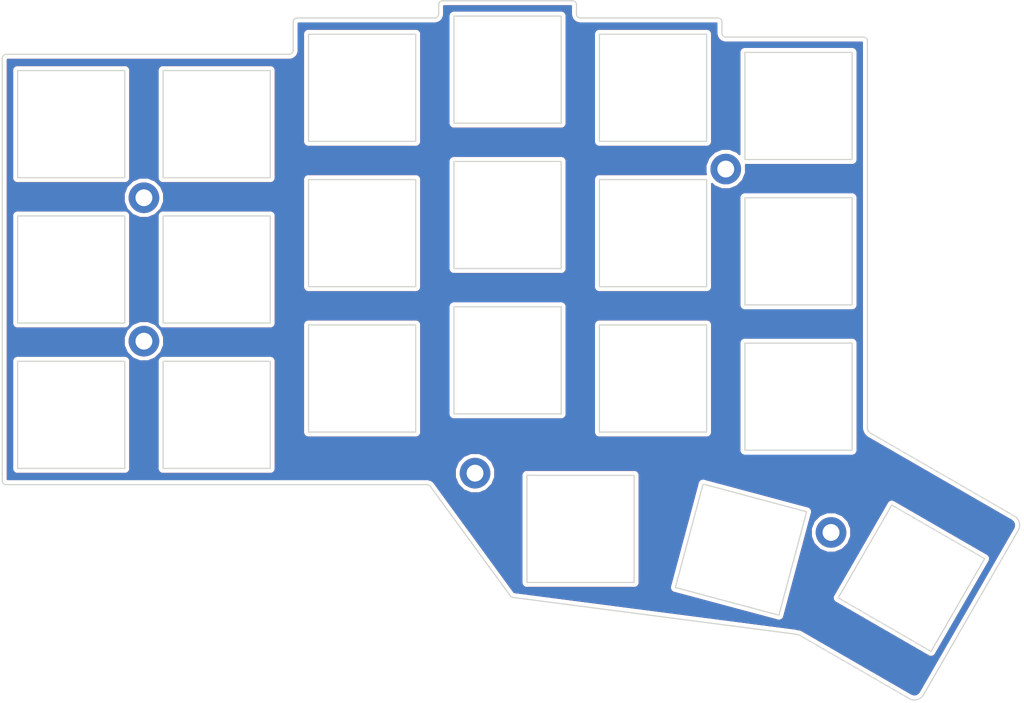
<source format=kicad_pcb>
(kicad_pcb (version 20171130) (host pcbnew "(5.0.0-3-g5ebb6b6)")

  (general
    (thickness 1.6)
    (drawings 125)
    (tracks 0)
    (zones 0)
    (modules 5)
    (nets 1)
  )

  (page A4)
  (title_block
    (title "Corne Cherry")
    (date 2018-11-15)
    (rev 2.1)
    (company foostan)
  )

  (layers
    (0 F.Cu signal)
    (31 B.Cu signal)
    (32 B.Adhes user)
    (33 F.Adhes user)
    (34 B.Paste user)
    (35 F.Paste user)
    (36 B.SilkS user)
    (37 F.SilkS user)
    (38 B.Mask user)
    (39 F.Mask user)
    (40 Dwgs.User user)
    (41 Cmts.User user)
    (42 Eco1.User user)
    (43 Eco2.User user)
    (44 Edge.Cuts user)
    (45 Margin user)
    (46 B.CrtYd user)
    (47 F.CrtYd user)
    (48 B.Fab user)
    (49 F.Fab user)
  )

  (setup
    (last_trace_width 0.25)
    (user_trace_width 0.2)
    (user_trace_width 0.5)
    (trace_clearance 0.2)
    (zone_clearance 0.508)
    (zone_45_only no)
    (trace_min 0.2)
    (segment_width 0.1)
    (edge_width 0.15)
    (via_size 0.6)
    (via_drill 0.4)
    (via_min_size 0.4)
    (via_min_drill 0.3)
    (uvia_size 0.3)
    (uvia_drill 0.1)
    (uvias_allowed no)
    (uvia_min_size 0.2)
    (uvia_min_drill 0.1)
    (pcb_text_width 0.3)
    (pcb_text_size 1.5 1.5)
    (mod_edge_width 0.15)
    (mod_text_size 1 1)
    (mod_text_width 0.15)
    (pad_size 4 4)
    (pad_drill 2.2)
    (pad_to_mask_clearance 0.2)
    (aux_axis_origin 174 65.7)
    (grid_origin 129.53 123.035)
    (visible_elements FFFFFF7F)
    (pcbplotparams
      (layerselection 0x010f0_ffffffff)
      (usegerberextensions false)
      (usegerberattributes false)
      (usegerberadvancedattributes false)
      (creategerberjobfile false)
      (excludeedgelayer true)
      (linewidth 0.100000)
      (plotframeref false)
      (viasonmask false)
      (mode 1)
      (useauxorigin false)
      (hpglpennumber 1)
      (hpglpenspeed 20)
      (hpglpendiameter 15.000000)
      (psnegative false)
      (psa4output false)
      (plotreference true)
      (plotvalue true)
      (plotinvisibletext false)
      (padsonsilk false)
      (subtractmaskfromsilk false)
      (outputformat 1)
      (mirror false)
      (drillshape 0)
      (scaleselection 1)
      (outputdirectory "gerber/"))
  )

  (net 0 "")

  (net_class Default "これは標準のネット クラスです。"
    (clearance 0.2)
    (trace_width 0.25)
    (via_dia 0.6)
    (via_drill 0.4)
    (uvia_dia 0.3)
    (uvia_drill 0.1)
  )

  (module kbd:LEGO_HOLE (layer F.Cu) (tedit 5B890243) (tstamp 5AAA7C39)
    (at 155.5 83)
    (descr "Mounting Hole 2.2mm, no annular, M2")
    (tags "mounting hole 2.2mm no annular m2")
    (attr virtual)
    (fp_text reference "" (at 0 -3.2) (layer F.SilkS)
      (effects (font (size 1 1) (thickness 0.15)))
    )
    (fp_text value "" (at 0 3.2) (layer F.Fab)
      (effects (font (size 1 1) (thickness 0.15)))
    )
    (fp_text user %R (at 0.3 0) (layer F.Fab)
      (effects (font (size 1 1) (thickness 0.15)))
    )
    (fp_circle (center 0 0) (end 2.2 0) (layer Cmts.User) (width 0.15))
    (fp_circle (center 0 0) (end 2.45 0) (layer F.CrtYd) (width 0.05))
    (pad "" thru_hole circle (at 0 0) (size 4 4) (drill 2.2) (layers *.Cu *.Mask))
  )

  (module kbd:LEGO_HOLE (layer F.Cu) (tedit 5B89024D) (tstamp 5AAA5A9F)
    (at 79.5 105.5)
    (descr "Mounting Hole 2.2mm, no annular, M2")
    (tags "mounting hole 2.2mm no annular m2")
    (attr virtual)
    (fp_text reference "" (at 0 -3.2) (layer F.SilkS)
      (effects (font (size 1 1) (thickness 0.15)))
    )
    (fp_text value "" (at 0 3.2) (layer F.Fab)
      (effects (font (size 1 1) (thickness 0.15)))
    )
    (fp_text user %R (at 0.3 0) (layer F.Fab)
      (effects (font (size 1 1) (thickness 0.15)))
    )
    (fp_circle (center 0 0) (end 2.2 0) (layer Cmts.User) (width 0.15))
    (fp_circle (center 0 0) (end 2.45 0) (layer F.CrtYd) (width 0.05))
    (pad "" thru_hole circle (at 0 0) (size 4 4) (drill 2.2) (layers *.Cu *.Mask))
  )

  (module kbd:LEGO_HOLE (layer F.Cu) (tedit 5B890249) (tstamp 5AAA5A7C)
    (at 79.5 86.75)
    (descr "Mounting Hole 2.2mm, no annular, M2")
    (tags "mounting hole 2.2mm no annular m2")
    (attr virtual)
    (fp_text reference "" (at 0 -3.2) (layer F.SilkS)
      (effects (font (size 1 1) (thickness 0.15)))
    )
    (fp_text value "" (at 0 3.2) (layer F.Fab)
      (effects (font (size 1 1) (thickness 0.15)))
    )
    (fp_text user %R (at 0.3 0) (layer F.Fab)
      (effects (font (size 1 1) (thickness 0.15)))
    )
    (fp_circle (center 0 0) (end 2.2 0) (layer Cmts.User) (width 0.15))
    (fp_circle (center 0 0) (end 2.45 0) (layer F.CrtYd) (width 0.05))
    (pad "" thru_hole circle (at 0 0) (size 4 4) (drill 2.2) (layers *.Cu *.Mask))
  )

  (module kbd:LEGO_HOLE (layer F.Cu) (tedit 5B89023E) (tstamp 5AAA7C4A)
    (at 122.75 122.75)
    (descr "Mounting Hole 2.2mm, no annular, M2")
    (tags "mounting hole 2.2mm no annular m2")
    (attr virtual)
    (fp_text reference "" (at 0 -3.2) (layer F.SilkS)
      (effects (font (size 1 1) (thickness 0.15)))
    )
    (fp_text value "" (at 0 3.2) (layer F.Fab)
      (effects (font (size 1 1) (thickness 0.15)))
    )
    (fp_text user %R (at 0.3 0) (layer F.Fab)
      (effects (font (size 1 1) (thickness 0.15)))
    )
    (fp_circle (center 0 0) (end 2.2 0) (layer Cmts.User) (width 0.15))
    (fp_circle (center 0 0) (end 2.45 0) (layer F.CrtYd) (width 0.05))
    (pad "" thru_hole circle (at 0 0) (size 4 4) (drill 2.2) (layers *.Cu *.Mask))
  )

  (module kbd:LEGO_HOLE (layer F.Cu) (tedit 5B890234) (tstamp 5AAA7D53)
    (at 169.25 130.5)
    (descr "Mounting Hole 2.2mm, no annular, M2")
    (tags "mounting hole 2.2mm no annular m2")
    (attr virtual)
    (fp_text reference "" (at 0 -3.2) (layer F.SilkS)
      (effects (font (size 1 1) (thickness 0.15)))
    )
    (fp_text value "" (at 0 3.2) (layer F.Fab)
      (effects (font (size 1 1) (thickness 0.15)))
    )
    (fp_text user %R (at 0.3 0) (layer F.Fab)
      (effects (font (size 1 1) (thickness 0.15)))
    )
    (fp_circle (center 0 0) (end 2.2 0) (layer Cmts.User) (width 0.15))
    (fp_circle (center 0 0) (end 2.45 0) (layer F.CrtYd) (width 0.05))
    (pad "" thru_hole circle (at 0 0) (size 4 4) (drill 2.2) (layers *.Cu *.Mask))
  )

  (gr_line (start 189.31 133.925) (end 177.19 126.925) (layer Edge.Cuts) (width 0.15))
  (gr_line (start 182.31 146.045) (end 189.31 133.925) (layer Edge.Cuts) (width 0.15))
  (gr_line (start 170.19 139.045) (end 182.31 146.045) (layer Edge.Cuts) (width 0.15))
  (gr_line (start 177.19 126.925) (end 170.19 139.045) (layer Edge.Cuts) (width 0.15))
  (gr_line (start 166.06 127.795) (end 152.54 124.175) (layer Edge.Cuts) (width 0.15))
  (gr_line (start 162.44 141.315) (end 166.06 127.795) (layer Edge.Cuts) (width 0.15))
  (gr_line (start 148.92 137.695) (end 162.44 141.315) (layer Edge.Cuts) (width 0.15))
  (gr_line (start 152.54 124.175) (end 148.92 137.695) (layer Edge.Cuts) (width 0.15))
  (gr_line (start 143.53 123.035) (end 129.53 123.035) (layer Edge.Cuts) (width 0.15))
  (gr_line (start 143.53 137.035) (end 143.53 123.035) (layer Edge.Cuts) (width 0.15))
  (gr_line (start 129.53 137.035) (end 143.53 137.035) (layer Edge.Cuts) (width 0.15))
  (gr_line (start 129.53 123.035) (end 129.53 137.035) (layer Edge.Cuts) (width 0.15))
  (gr_line (start 172 67.75) (end 172 81.75) (layer Edge.Cuts) (width 0.15) (tstamp 5BEC4AF3))
  (gr_line (start 158 81.75) (end 172 81.75) (layer Edge.Cuts) (width 0.15) (tstamp 5BEC4AF1))
  (gr_line (start 158 119.75) (end 172 119.75) (layer Edge.Cuts) (width 0.15) (tstamp 5BEC4AEF))
  (gr_line (start 172 105.75) (end 172 119.75) (layer Edge.Cuts) (width 0.15) (tstamp 5BEC4AED))
  (gr_line (start 158 119.75) (end 158 105.75) (layer Edge.Cuts) (width 0.15) (tstamp 5BEC4AEC))
  (gr_line (start 158 100.75) (end 172 100.75) (layer Edge.Cuts) (width 0.15) (tstamp 5BEC4AEA))
  (gr_line (start 158 81.75) (end 158 67.75) (layer Edge.Cuts) (width 0.15) (tstamp 5BEC4AE8))
  (gr_line (start 158 105.75) (end 172 105.75) (layer Edge.Cuts) (width 0.15) (tstamp 5BEC4AE5))
  (gr_line (start 172 86.75) (end 172 100.75) (layer Edge.Cuts) (width 0.15) (tstamp 5BEC4AE4))
  (gr_line (start 158 100.75) (end 158 86.75) (layer Edge.Cuts) (width 0.15) (tstamp 5BEC4AE3))
  (gr_line (start 158 86.75) (end 172 86.75) (layer Edge.Cuts) (width 0.15) (tstamp 5BEC4AE0))
  (gr_line (start 153 65.375) (end 153 79.375) (layer Edge.Cuts) (width 0.15) (tstamp 5BEC4ACB))
  (gr_line (start 139 79.375) (end 153 79.375) (layer Edge.Cuts) (width 0.15) (tstamp 5BEC4AC9))
  (gr_line (start 139 117.375) (end 153 117.375) (layer Edge.Cuts) (width 0.15) (tstamp 5BEC4AC7))
  (gr_line (start 153 103.375) (end 153 117.375) (layer Edge.Cuts) (width 0.15) (tstamp 5BEC4AC5))
  (gr_line (start 139 117.375) (end 139 103.375) (layer Edge.Cuts) (width 0.15) (tstamp 5BEC4AC4))
  (gr_line (start 139 98.375) (end 153 98.375) (layer Edge.Cuts) (width 0.15) (tstamp 5BEC4AC2))
  (gr_line (start 139 79.375) (end 139 65.375) (layer Edge.Cuts) (width 0.15) (tstamp 5BEC4AC0))
  (gr_line (start 139 103.375) (end 153 103.375) (layer Edge.Cuts) (width 0.15) (tstamp 5BEC4ABD))
  (gr_line (start 153 84.375) (end 153 98.375) (layer Edge.Cuts) (width 0.15) (tstamp 5BEC4ABC))
  (gr_line (start 139 98.375) (end 139 84.375) (layer Edge.Cuts) (width 0.15) (tstamp 5BEC4ABB))
  (gr_line (start 139 84.375) (end 153 84.375) (layer Edge.Cuts) (width 0.15) (tstamp 5BEC4AB8))
  (gr_line (start 120 115) (end 134 115) (layer Edge.Cuts) (width 0.15) (tstamp 5BEC4AA3))
  (gr_line (start 134 82) (end 134 96) (layer Edge.Cuts) (width 0.15) (tstamp 5BEC4AA1))
  (gr_line (start 120 96) (end 120 82) (layer Edge.Cuts) (width 0.15) (tstamp 5BEC4AA0))
  (gr_line (start 120 82) (end 134 82) (layer Edge.Cuts) (width 0.15) (tstamp 5BEC4A9D))
  (gr_line (start 120 96) (end 134 96) (layer Edge.Cuts) (width 0.15) (tstamp 5BEC4A9C))
  (gr_line (start 120 77) (end 134 77) (layer Edge.Cuts) (width 0.15) (tstamp 5BEC4A99))
  (gr_line (start 134 101) (end 134 115) (layer Edge.Cuts) (width 0.15) (tstamp 5BEC4A98))
  (gr_line (start 120 115) (end 120 101) (layer Edge.Cuts) (width 0.15) (tstamp 5BEC4A97))
  (gr_line (start 120 101) (end 134 101) (layer Edge.Cuts) (width 0.15) (tstamp 5BEC4A96))
  (gr_line (start 134 63) (end 134 77) (layer Edge.Cuts) (width 0.15) (tstamp 5BEC4A93))
  (gr_line (start 120 77) (end 120 63) (layer Edge.Cuts) (width 0.15) (tstamp 5BEC4A92))
  (gr_line (start 115 65.375) (end 115 79.375) (layer Edge.Cuts) (width 0.15) (tstamp 5BEC4A7A))
  (gr_line (start 101 79.375) (end 101 65.375) (layer Edge.Cuts) (width 0.15) (tstamp 5BEC4A79))
  (gr_line (start 101 79.375) (end 115 79.375) (layer Edge.Cuts) (width 0.15) (tstamp 5BEC4A77))
  (gr_line (start 115 103.375) (end 115 117.375) (layer Edge.Cuts) (width 0.15) (tstamp 5BEC4A75))
  (gr_line (start 101 117.375) (end 101 103.375) (layer Edge.Cuts) (width 0.15) (tstamp 5BEC4A74))
  (gr_line (start 101 103.375) (end 115 103.375) (layer Edge.Cuts) (width 0.15) (tstamp 5BEC4A73))
  (gr_line (start 101 117.375) (end 115 117.375) (layer Edge.Cuts) (width 0.15) (tstamp 5BEC4A71))
  (gr_line (start 115 84.375) (end 115 98.375) (layer Edge.Cuts) (width 0.15) (tstamp 5BEC4A6F))
  (gr_line (start 101 98.375) (end 101 84.375) (layer Edge.Cuts) (width 0.15) (tstamp 5BEC4A6E))
  (gr_line (start 101 84.375) (end 115 84.375) (layer Edge.Cuts) (width 0.15) (tstamp 5BEC4A6D))
  (gr_line (start 101 98.375) (end 115 98.375) (layer Edge.Cuts) (width 0.15) (tstamp 5BEC4A6A))
  (gr_line (start 158 67.75) (end 172 67.75) (layer Edge.Cuts) (width 0.15) (tstamp 5BEC49F7))
  (gr_line (start 139 65.375) (end 153 65.375) (layer Edge.Cuts) (width 0.15) (tstamp 5BEC49D4))
  (gr_line (start 120 63) (end 134 63) (layer Edge.Cuts) (width 0.15) (tstamp 5BEC49B1))
  (gr_line (start 101 65.375) (end 115 65.375) (layer Edge.Cuts) (width 0.15) (tstamp 5BEC4996))
  (gr_line (start 96 70.125) (end 96 84.125) (layer Edge.Cuts) (width 0.15) (tstamp 5BEC4960))
  (gr_line (start 82 84.125) (end 82 70.125) (layer Edge.Cuts) (width 0.15) (tstamp 5BEC495F))
  (gr_line (start 82 70.125) (end 96 70.125) (layer Edge.Cuts) (width 0.15) (tstamp 5BEC495E))
  (gr_line (start 82 84.125) (end 96 84.125) (layer Edge.Cuts) (width 0.15) (tstamp 5BEC495D))
  (gr_line (start 96 108.125) (end 96 122.125) (layer Edge.Cuts) (width 0.15) (tstamp 5BEC495B))
  (gr_line (start 82 122.125) (end 82 108.125) (layer Edge.Cuts) (width 0.15) (tstamp 5BEC495A))
  (gr_line (start 82 108.125) (end 96 108.125) (layer Edge.Cuts) (width 0.15) (tstamp 5BEC4959))
  (gr_line (start 82 122.125) (end 96 122.125) (layer Edge.Cuts) (width 0.15) (tstamp 5BEC4957))
  (gr_line (start 96 89.125) (end 96 103.125) (layer Edge.Cuts) (width 0.15) (tstamp 5BEC4955))
  (gr_line (start 82 103.125) (end 82 89.125) (layer Edge.Cuts) (width 0.15) (tstamp 5BEC4954))
  (gr_line (start 82 89.125) (end 96 89.125) (layer Edge.Cuts) (width 0.15) (tstamp 5BEC4953))
  (gr_line (start 82 103.125) (end 96 103.125) (layer Edge.Cuts) (width 0.15) (tstamp 5BEC4952))
  (gr_line (start 77 108.125) (end 77 122.125) (layer Edge.Cuts) (width 0.15) (tstamp 5BEC4612))
  (gr_line (start 63 122.125) (end 63 108.125) (layer Edge.Cuts) (width 0.15) (tstamp 5BEC4611))
  (gr_line (start 63 108.125) (end 77 108.125) (layer Edge.Cuts) (width 0.15) (tstamp 5BEC4610))
  (gr_line (start 63 122.125) (end 77 122.125) (layer Edge.Cuts) (width 0.15) (tstamp 5BEC460F))
  (gr_line (start 77 89.125) (end 77 103.125) (layer Edge.Cuts) (width 0.15) (tstamp 5BEC47B3))
  (gr_line (start 63 103.125) (end 63 89.125) (layer Edge.Cuts) (width 0.15) (tstamp 5BEC47B6))
  (gr_line (start 63 89.125) (end 77 89.125) (layer Edge.Cuts) (width 0.15) (tstamp 5BEC47B9))
  (gr_line (start 63 103.125) (end 77 103.125) (layer Edge.Cuts) (width 0.15) (tstamp 5BEC47BC))
  (gr_line (start 63 84.125) (end 77 84.125) (layer Edge.Cuts) (width 0.15) (tstamp 5B892F5B))
  (gr_line (start 63 70.125) (end 77 70.125) (layer Edge.Cuts) (width 0.15))
  (gr_arc (start 174.847282 116.785192) (end 173.997282 116.810192) (angle -52.52752939) (layer Edge.Cuts) (width 0.15))
  (gr_arc (start 192.500001 129.550001) (end 193.65 130.325) (angle -90.22347501) (layer Edge.Cuts) (width 0.15) (tstamp 5B892EBC))
  (gr_line (start 193.275 128.4) (end 174.35 117.475) (layer Edge.Cuts) (width 0.15))
  (gr_line (start 63 84.125) (end 63 70.125) (layer Edge.Cuts) (width 0.15))
  (gr_line (start 77 70.125) (end 77 84.125) (layer Edge.Cuts) (width 0.15))
  (gr_arc (start 180.14425 151.010957) (end 179.369251 152.160956) (angle -90.22347501) (layer Edge.Cuts) (width 0.15))
  (gr_arc (start 164.087404 147.16844) (end 165.075 143.9) (angle -11.21335546) (layer Edge.Cuts) (width 0.15))
  (gr_line (start 181.3 151.775) (end 193.65 130.325) (layer Edge.Cuts) (width 0.15))
  (gr_line (start 165.075 143.9) (end 179.4 152.175) (layer Edge.Cuts) (width 0.15))
  (gr_line (start 127.75 139) (end 164.45 143.775) (layer Edge.Cuts) (width 0.15))
  (gr_arc (start 127.75 138.5) (end 127.75 139) (angle 45) (layer Edge.Cuts) (width 0.15))
  (gr_line (start 116.85 124.4) (end 127.4 138.85) (angle 90) (layer Edge.Cuts) (width 0.15))
  (gr_line (start 169.26 130.5) (end 169.25 130.5) (angle 90) (layer Eco2.User) (width 2.5) (tstamp 5AAFF2CD))
  (gr_line (start 122.76 122.75) (end 122.75 122.75) (angle 90) (layer Eco2.User) (width 2.5) (tstamp 5AAFF292))
  (gr_line (start 155.51 83) (end 155.5 83) (angle 90) (layer Eco2.User) (width 2.5) (tstamp 5AAFF245))
  (gr_line (start 79.5 105.5) (end 79.51 105.5) (angle 90) (layer Eco2.User) (width 2.5) (tstamp 5AAFF0EB))
  (gr_line (start 79.5 86.75) (end 79.51 86.75) (angle 90) (layer Eco2.User) (width 2.5))
  (gr_text "Corne Cherry v2.1\nPCB Designed by foostan" (at 117.55 121.45) (layer B.Mask)
    (effects (font (size 1 1) (thickness 0.125)) (justify left mirror))
  )
  (gr_text "Corne Cherry v2.1\nPCB Designed by foostan" (at 98.25 121.45) (layer F.Mask)
    (effects (font (size 1 1) (thickness 0.125)) (justify left))
  )
  (gr_line (start 174 66.25) (end 174 116.825) (angle 90) (layer Edge.Cuts) (width 0.15))
  (gr_arc (start 173.5 66.25) (end 173.5 65.75) (angle 90) (layer Edge.Cuts) (width 0.15))
  (gr_arc (start 116.5 124.75) (end 116.5 124.25) (angle 45) (layer Edge.Cuts) (width 0.15))
  (gr_arc (start 61.5 123.75) (end 61.5 124.25) (angle 90) (layer Edge.Cuts) (width 0.15))
  (gr_arc (start 61.5 68.5) (end 61 68.5) (angle 90) (layer Edge.Cuts) (width 0.15))
  (gr_arc (start 98.5 67.5) (end 99 67.5) (angle 90) (layer Edge.Cuts) (width 0.15))
  (gr_arc (start 99.5 63.75) (end 99 63.75) (angle 90) (layer Edge.Cuts) (width 0.15))
  (gr_arc (start 117.5 62.75) (end 118 62.75) (angle 90) (layer Edge.Cuts) (width 0.15))
  (gr_arc (start 118.5 61.5) (end 118 61.5) (angle 90) (layer Edge.Cuts) (width 0.15))
  (gr_arc (start 135.5 61.5) (end 135.5 61) (angle 90) (layer Edge.Cuts) (width 0.15))
  (gr_arc (start 136.5 62.75) (end 136.5 63.25) (angle 90) (layer Edge.Cuts) (width 0.15))
  (gr_arc (start 154.5 63.75) (end 154.5 63.25) (angle 90) (layer Edge.Cuts) (width 0.15))
  (gr_arc (start 155.5 65.25) (end 155.5 65.75) (angle 90) (layer Edge.Cuts) (width 0.15))
  (gr_line (start 116.5 124.25) (end 61.475 124.25) (angle 90) (layer Edge.Cuts) (width 0.15))
  (gr_line (start 61 68.5) (end 61 123.75) (angle 90) (layer Edge.Cuts) (width 0.15))
  (gr_line (start 98.5 68) (end 61.474992 68) (angle 90) (layer Edge.Cuts) (width 0.15))
  (gr_line (start 99 63.75) (end 99 67.5) (angle 90) (layer Edge.Cuts) (width 0.15))
  (gr_line (start 117.5 63.25) (end 99.5 63.25) (angle 90) (layer Edge.Cuts) (width 0.15))
  (gr_line (start 118 61.5) (end 118 62.75) (angle 90) (layer Edge.Cuts) (width 0.15))
  (gr_line (start 135.5 61) (end 118.5 61) (angle 90) (layer Edge.Cuts) (width 0.15))
  (gr_line (start 136 62.75) (end 136 61.5) (angle 90) (layer Edge.Cuts) (width 0.15))
  (gr_line (start 154.5 63.25) (end 136.5 63.25) (angle 90) (layer Edge.Cuts) (width 0.15))
  (gr_line (start 155 65.25) (end 155 63.75) (angle 90) (layer Edge.Cuts) (width 0.15))
  (gr_line (start 173.5 65.75) (end 155.5 65.75) (angle 90) (layer Edge.Cuts) (width 0.15))

  (zone (net 0) (net_name "") (layer B.Cu) (tstamp 5BC6E111) (hatch edge 0.508)
    (connect_pads (clearance 0.508))
    (min_thickness 0.254)
    (fill yes (arc_segments 16) (thermal_gap 0.508) (thermal_bridge_width 0.508))
    (polygon
      (pts
        (xy 174.075 117.225) (xy 174 67.9) (xy 174 65.7) (xy 155 65.7) (xy 155 63.2)
        (xy 136 63.2) (xy 136 60.9) (xy 118 60.9) (xy 118 63.2) (xy 98.8 63.2)
        (xy 98.9 67.9) (xy 60.7 68) (xy 60.9 124.7) (xy 116.6 124.2) (xy 127.6 139)
        (xy 165.075 143.9) (xy 180.625 152.8) (xy 194.475 129.025) (xy 194.075 128.8)
      )
    )
    (filled_polygon
      (pts
        (xy 135.29 62.819925) (xy 135.303642 62.888508) (xy 135.303642 62.888513) (xy 135.341702 63.079856) (xy 135.447716 63.335796)
        (xy 135.447718 63.3358) (xy 135.556105 63.49801) (xy 135.634458 63.576363) (xy 135.751989 63.693895) (xy 135.9142 63.802282)
        (xy 135.914203 63.802283) (xy 135.914204 63.802284) (xy 136.170145 63.908298) (xy 136.361487 63.946358) (xy 136.361491 63.946358)
        (xy 136.430074 63.96) (xy 154.290001 63.96) (xy 154.29 65.319925) (xy 154.303642 65.388508) (xy 154.303642 65.388513)
        (xy 154.341702 65.579856) (xy 154.447716 65.835796) (xy 154.447718 65.8358) (xy 154.556105 65.99801) (xy 154.634458 66.076363)
        (xy 154.751989 66.193895) (xy 154.9142 66.302282) (xy 154.914203 66.302283) (xy 154.914204 66.302284) (xy 155.170145 66.408298)
        (xy 155.361487 66.446358) (xy 155.361491 66.446358) (xy 155.430074 66.46) (xy 173.29 66.46) (xy 173.290001 116.894926)
        (xy 173.294114 116.915604) (xy 173.301091 116.988747) (xy 173.323564 117.063657) (xy 173.331196 117.102028) (xy 173.331905 117.103089)
        (xy 173.342681 117.169535) (xy 173.458673 117.480397) (xy 173.527455 117.591711) (xy 173.604295 117.716067) (xy 173.759362 117.882576)
        (xy 173.775708 117.915718) (xy 173.934474 118.054937) (xy 192.842472 128.970122) (xy 193.036965 129.156328) (xy 193.139226 129.363721)
        (xy 193.164387 129.593583) (xy 193.10204 129.848313) (xy 193.031407 129.97645) (xy 180.722428 151.355205) (xy 180.537923 151.54792)
        (xy 180.33053 151.650182) (xy 180.100668 151.675343) (xy 179.845938 151.612996) (xy 179.819195 151.598254) (xy 179.815692 151.595181)
        (xy 165.430072 143.285164) (xy 165.430066 143.28516) (xy 165.430059 143.285157) (xy 165.369593 143.250228) (xy 165.169656 143.182306)
        (xy 165.121644 143.185442) (xy 164.641799 143.090377) (xy 164.610947 143.079956) (xy 127.878032 138.300675) (xy 127.50491 137.789621)
        (xy 148.202302 137.789621) (xy 148.293144 138.05707) (xy 148.479418 138.269397) (xy 148.634278 138.345729) (xy 148.732768 138.394276)
        (xy 148.80391 138.398926) (xy 162.188819 141.982755) (xy 162.252768 142.014276) (xy 162.323911 142.018926) (xy 162.534621 142.032698)
        (xy 162.80207 141.941856) (xy 163.014397 141.755582) (xy 163.107755 141.566181) (xy 163.107756 141.566179) (xy 163.139276 141.502232)
        (xy 163.143926 141.43109) (xy 163.808134 138.9504) (xy 169.472299 138.9504) (xy 169.490729 139.232252) (xy 169.615616 139.485598)
        (xy 169.827948 139.671867) (xy 169.895458 139.694795) (xy 181.894354 146.624852) (xy 181.947948 146.671867) (xy 182.015454 146.694794)
        (xy 182.015456 146.694795) (xy 182.215399 146.762701) (xy 182.2154 146.762701) (xy 182.497252 146.744271) (xy 182.750598 146.619384)
        (xy 182.867962 146.485598) (xy 182.936867 146.407052) (xy 182.959795 146.339542) (xy 189.889852 134.340646) (xy 189.936867 134.287052)
        (xy 190.027701 134.0196) (xy 190.009271 133.737747) (xy 189.884384 133.484401) (xy 189.725647 133.345149) (xy 189.725646 133.345148)
        (xy 189.672052 133.298133) (xy 189.604546 133.275206) (xy 177.605647 126.34515) (xy 177.552052 126.298133) (xy 177.2846 126.207299)
        (xy 177.002747 126.225729) (xy 176.749401 126.350616) (xy 176.610149 126.509353) (xy 176.563133 126.562948) (xy 176.540206 126.630454)
        (xy 169.61015 138.629353) (xy 169.563133 138.682948) (xy 169.540205 138.750457) (xy 169.472299 138.9504) (xy 163.808134 138.9504)
        (xy 166.205416 129.997012) (xy 166.610881 129.997012) (xy 166.615 130.510655) (xy 166.615 131.024134) (xy 166.619199 131.034271)
        (xy 166.619287 131.045247) (xy 167.004257 131.974647) (xy 167.010175 131.978171) (xy 167.016155 131.992608) (xy 167.757392 132.733845)
        (xy 167.771829 132.739825) (xy 167.775353 132.745743) (xy 168.251483 132.938504) (xy 168.725866 133.135) (xy 168.736838 133.135)
        (xy 168.747012 133.139119) (xy 169.260655 133.135) (xy 169.774134 133.135) (xy 169.784271 133.130801) (xy 169.795247 133.130713)
        (xy 170.724647 132.745743) (xy 170.728171 132.739825) (xy 170.742608 132.733845) (xy 171.483845 131.992608) (xy 171.489825 131.978171)
        (xy 171.495743 131.974647) (xy 171.688504 131.498517) (xy 171.885 131.024134) (xy 171.885 131.013162) (xy 171.889119 131.002988)
        (xy 171.885 130.489345) (xy 171.885 129.975866) (xy 171.880801 129.965729) (xy 171.880713 129.954753) (xy 171.495743 129.025353)
        (xy 171.489825 129.021829) (xy 171.483845 129.007392) (xy 170.742608 128.266155) (xy 170.728171 128.260175) (xy 170.724647 128.254257)
        (xy 170.248517 128.061496) (xy 169.774134 127.865) (xy 169.763162 127.865) (xy 169.752988 127.860881) (xy 169.239345 127.865)
        (xy 168.725866 127.865) (xy 168.715729 127.869199) (xy 168.704753 127.869287) (xy 167.775353 128.254257) (xy 167.771829 128.260175)
        (xy 167.757392 128.266155) (xy 167.016155 129.007392) (xy 167.010175 129.021829) (xy 167.004257 129.025353) (xy 166.811496 129.501483)
        (xy 166.615 129.975866) (xy 166.615 129.986838) (xy 166.610881 129.997012) (xy 166.205416 129.997012) (xy 166.727755 128.046179)
        (xy 166.759276 127.982232) (xy 166.769876 127.820062) (xy 166.777698 127.700379) (xy 166.773667 127.68851) (xy 166.686856 127.432929)
        (xy 166.500581 127.220602) (xy 166.311181 127.127244) (xy 166.311174 127.127242) (xy 166.247232 127.095724) (xy 166.176095 127.091074)
        (xy 152.79118 123.507245) (xy 152.727232 123.475724) (xy 152.656088 123.471074) (xy 152.445379 123.457302) (xy 152.445378 123.457302)
        (xy 152.177929 123.548144) (xy 151.965602 123.734419) (xy 151.872244 123.923819) (xy 151.872243 123.923824) (xy 151.840724 123.987768)
        (xy 151.836074 124.058905) (xy 148.252246 137.443818) (xy 148.220724 137.507768) (xy 148.202302 137.789621) (xy 127.50491 137.789621)
        (xy 117.450961 124.019048) (xy 117.443898 124.001995) (xy 117.423938 123.982035) (xy 117.382196 123.924862) (xy 117.226804 123.781888)
        (xy 117.193525 123.769698) (xy 117.0858 123.697718) (xy 117.085797 123.697717) (xy 117.085796 123.697716) (xy 116.829856 123.591702)
        (xy 116.638513 123.553642) (xy 116.638509 123.553642) (xy 116.569926 123.54) (xy 61.71 123.54) (xy 61.71 108.125)
        (xy 62.276091 108.125) (xy 62.290001 108.194931) (xy 62.29 122.055074) (xy 62.276091 122.125) (xy 62.331195 122.402028)
        (xy 62.488119 122.636881) (xy 62.669346 122.757973) (xy 62.722972 122.793805) (xy 63 122.848909) (xy 63.069925 122.835)
        (xy 76.930075 122.835) (xy 77 122.848909) (xy 77.277028 122.793805) (xy 77.511881 122.636881) (xy 77.668805 122.402028)
        (xy 77.71 122.194926) (xy 77.71 122.194925) (xy 77.723909 122.125) (xy 77.71 122.055074) (xy 77.71 108.194926)
        (xy 77.723909 108.125) (xy 77.668805 107.847972) (xy 77.511881 107.613119) (xy 77.277028 107.456195) (xy 77.069926 107.415)
        (xy 77.069925 107.415) (xy 77 107.401091) (xy 76.930074 107.415) (xy 63.069926 107.415) (xy 63 107.401091)
        (xy 62.930075 107.415) (xy 62.930074 107.415) (xy 62.722972 107.456195) (xy 62.488119 107.613119) (xy 62.331195 107.847972)
        (xy 62.276091 108.125) (xy 61.71 108.125) (xy 61.71 104.997012) (xy 76.860881 104.997012) (xy 76.865 105.510655)
        (xy 76.865 106.024134) (xy 76.869199 106.034271) (xy 76.869287 106.045247) (xy 77.254257 106.974647) (xy 77.260175 106.978171)
        (xy 77.266155 106.992608) (xy 78.007392 107.733845) (xy 78.021829 107.739825) (xy 78.025353 107.745743) (xy 78.501483 107.938504)
        (xy 78.975866 108.135) (xy 78.986838 108.135) (xy 78.997012 108.139119) (xy 79.510655 108.135) (xy 80.024134 108.135)
        (xy 80.034271 108.130801) (xy 80.045247 108.130713) (xy 80.059039 108.125) (xy 81.276091 108.125) (xy 81.290001 108.194931)
        (xy 81.29 122.055074) (xy 81.276091 122.125) (xy 81.331195 122.402028) (xy 81.488119 122.636881) (xy 81.669346 122.757973)
        (xy 81.722972 122.793805) (xy 82 122.848909) (xy 82.069925 122.835) (xy 95.930075 122.835) (xy 96 122.848909)
        (xy 96.277028 122.793805) (xy 96.511881 122.636881) (xy 96.668805 122.402028) (xy 96.699639 122.247012) (xy 120.110881 122.247012)
        (xy 120.115 122.760655) (xy 120.115 123.274134) (xy 120.119199 123.284271) (xy 120.119287 123.295247) (xy 120.504257 124.224647)
        (xy 120.510175 124.228171) (xy 120.516155 124.242608) (xy 121.257392 124.983845) (xy 121.271829 124.989825) (xy 121.275353 124.995743)
        (xy 121.751483 125.188504) (xy 122.225866 125.385) (xy 122.236838 125.385) (xy 122.247012 125.389119) (xy 122.760655 125.385)
        (xy 123.274134 125.385) (xy 123.284271 125.380801) (xy 123.295247 125.380713) (xy 124.224647 124.995743) (xy 124.228171 124.989825)
        (xy 124.242608 124.983845) (xy 124.983845 124.242608) (xy 124.989825 124.228171) (xy 124.995743 124.224647) (xy 125.188504 123.748517)
        (xy 125.385 123.274134) (xy 125.385 123.263162) (xy 125.389119 123.252988) (xy 125.387371 123.035) (xy 128.806091 123.035)
        (xy 128.82 123.104926) (xy 128.820001 136.965069) (xy 128.806091 137.035) (xy 128.861195 137.312028) (xy 129.018119 137.546881)
        (xy 129.252972 137.703805) (xy 129.460074 137.745) (xy 129.460075 137.745) (xy 129.53 137.758909) (xy 129.599926 137.745)
        (xy 143.460074 137.745) (xy 143.53 137.758909) (xy 143.599925 137.745) (xy 143.599926 137.745) (xy 143.807028 137.703805)
        (xy 144.041881 137.546881) (xy 144.198805 137.312028) (xy 144.253909 137.035) (xy 144.24 136.965074) (xy 144.24 123.104926)
        (xy 144.253909 123.035) (xy 144.198805 122.757972) (xy 144.041881 122.523119) (xy 143.807028 122.366195) (xy 143.599926 122.325)
        (xy 143.53 122.311091) (xy 143.460075 122.325) (xy 129.599925 122.325) (xy 129.53 122.311091) (xy 129.460074 122.325)
        (xy 129.252972 122.366195) (xy 129.018119 122.523119) (xy 128.861195 122.757972) (xy 128.806091 123.035) (xy 125.387371 123.035)
        (xy 125.385 122.739345) (xy 125.385 122.225866) (xy 125.380801 122.215729) (xy 125.380713 122.204753) (xy 124.995743 121.275353)
        (xy 124.989825 121.271829) (xy 124.983845 121.257392) (xy 124.242608 120.516155) (xy 124.228171 120.510175) (xy 124.224647 120.504257)
        (xy 123.748517 120.311496) (xy 123.274134 120.115) (xy 123.263162 120.115) (xy 123.252988 120.110881) (xy 122.739345 120.115)
        (xy 122.225866 120.115) (xy 122.215729 120.119199) (xy 122.204753 120.119287) (xy 121.275353 120.504257) (xy 121.271829 120.510175)
        (xy 121.257392 120.516155) (xy 120.516155 121.257392) (xy 120.510175 121.271829) (xy 120.504257 121.275353) (xy 120.311496 121.751483)
        (xy 120.115 122.225866) (xy 120.115 122.236838) (xy 120.110881 122.247012) (xy 96.699639 122.247012) (xy 96.71 122.194926)
        (xy 96.71 122.194925) (xy 96.723909 122.125) (xy 96.71 122.055074) (xy 96.71 108.194926) (xy 96.723909 108.125)
        (xy 96.668805 107.847972) (xy 96.511881 107.613119) (xy 96.277028 107.456195) (xy 96.069926 107.415) (xy 96.069925 107.415)
        (xy 96 107.401091) (xy 95.930074 107.415) (xy 82.069926 107.415) (xy 82 107.401091) (xy 81.930075 107.415)
        (xy 81.930074 107.415) (xy 81.722972 107.456195) (xy 81.488119 107.613119) (xy 81.331195 107.847972) (xy 81.276091 108.125)
        (xy 80.059039 108.125) (xy 80.974647 107.745743) (xy 80.978171 107.739825) (xy 80.992608 107.733845) (xy 81.733845 106.992608)
        (xy 81.739825 106.978171) (xy 81.745743 106.974647) (xy 81.938504 106.498517) (xy 82.135 106.024134) (xy 82.135 106.013162)
        (xy 82.139119 106.002988) (xy 82.135 105.489345) (xy 82.135 104.975866) (xy 82.130801 104.965729) (xy 82.130713 104.954753)
        (xy 81.745743 104.025353) (xy 81.739825 104.021829) (xy 81.733845 104.007392) (xy 80.992608 103.266155) (xy 80.978171 103.260175)
        (xy 80.974647 103.254257) (xy 80.498517 103.061496) (xy 80.024134 102.865) (xy 80.013162 102.865) (xy 80.002988 102.860881)
        (xy 79.489345 102.865) (xy 78.975866 102.865) (xy 78.965729 102.869199) (xy 78.954753 102.869287) (xy 78.025353 103.254257)
        (xy 78.021829 103.260175) (xy 78.007392 103.266155) (xy 77.266155 104.007392) (xy 77.260175 104.021829) (xy 77.254257 104.025353)
        (xy 77.061496 104.501483) (xy 76.865 104.975866) (xy 76.865 104.986838) (xy 76.860881 104.997012) (xy 61.71 104.997012)
        (xy 61.71 89.125) (xy 62.276091 89.125) (xy 62.290001 89.194931) (xy 62.29 103.055074) (xy 62.276091 103.125)
        (xy 62.331195 103.402028) (xy 62.488119 103.636881) (xy 62.722972 103.793805) (xy 63 103.848909) (xy 63.069925 103.835)
        (xy 76.930075 103.835) (xy 77 103.848909) (xy 77.277028 103.793805) (xy 77.511881 103.636881) (xy 77.668805 103.402028)
        (xy 77.71 103.194926) (xy 77.71 103.194925) (xy 77.723909 103.125) (xy 77.71 103.055074) (xy 77.71 89.194926)
        (xy 77.723909 89.125) (xy 77.668805 88.847972) (xy 77.511881 88.613119) (xy 77.277028 88.456195) (xy 77.069926 88.415)
        (xy 77.069925 88.415) (xy 77 88.401091) (xy 76.930074 88.415) (xy 63.069926 88.415) (xy 63 88.401091)
        (xy 62.930075 88.415) (xy 62.930074 88.415) (xy 62.722972 88.456195) (xy 62.488119 88.613119) (xy 62.331195 88.847972)
        (xy 62.276091 89.125) (xy 61.71 89.125) (xy 61.71 86.247012) (xy 76.860881 86.247012) (xy 76.865 86.760655)
        (xy 76.865 87.274134) (xy 76.869199 87.284271) (xy 76.869287 87.295247) (xy 77.254257 88.224647) (xy 77.260175 88.228171)
        (xy 77.266155 88.242608) (xy 78.007392 88.983845) (xy 78.021829 88.989825) (xy 78.025353 88.995743) (xy 78.501483 89.188504)
        (xy 78.975866 89.385) (xy 78.986838 89.385) (xy 78.997012 89.389119) (xy 79.510655 89.385) (xy 80.024134 89.385)
        (xy 80.034271 89.380801) (xy 80.045247 89.380713) (xy 80.662592 89.125) (xy 81.276091 89.125) (xy 81.290001 89.194931)
        (xy 81.29 103.055074) (xy 81.276091 103.125) (xy 81.331195 103.402028) (xy 81.488119 103.636881) (xy 81.722972 103.793805)
        (xy 82 103.848909) (xy 82.069925 103.835) (xy 95.930075 103.835) (xy 96 103.848909) (xy 96.277028 103.793805)
        (xy 96.511881 103.636881) (xy 96.668805 103.402028) (xy 96.674181 103.375) (xy 100.276091 103.375) (xy 100.290001 103.444931)
        (xy 100.29 117.305074) (xy 100.276091 117.375) (xy 100.331195 117.652028) (xy 100.488119 117.886881) (xy 100.649302 117.99458)
        (xy 100.722972 118.043805) (xy 101 118.098909) (xy 101.069925 118.085) (xy 114.930075 118.085) (xy 115 118.098909)
        (xy 115.277028 118.043805) (xy 115.511881 117.886881) (xy 115.668805 117.652028) (xy 115.71 117.444926) (xy 115.71 117.444925)
        (xy 115.723909 117.375) (xy 115.71 117.305074) (xy 115.71 103.444926) (xy 115.723909 103.375) (xy 115.702259 103.266155)
        (xy 115.668805 103.097972) (xy 115.646642 103.064803) (xy 115.511881 102.863119) (xy 115.277028 102.706195) (xy 115.069926 102.665)
        (xy 115.069925 102.665) (xy 115 102.651091) (xy 114.930074 102.665) (xy 101.069926 102.665) (xy 101 102.651091)
        (xy 100.930075 102.665) (xy 100.930074 102.665) (xy 100.722972 102.706195) (xy 100.488119 102.863119) (xy 100.331195 103.097972)
        (xy 100.276091 103.375) (xy 96.674181 103.375) (xy 96.71 103.194926) (xy 96.71 103.194925) (xy 96.723909 103.125)
        (xy 96.71 103.055074) (xy 96.71 101) (xy 119.276091 101) (xy 119.290001 101.069931) (xy 119.29 114.930074)
        (xy 119.276091 115) (xy 119.331195 115.277028) (xy 119.488119 115.511881) (xy 119.722972 115.668805) (xy 120 115.723909)
        (xy 120.069925 115.71) (xy 133.930075 115.71) (xy 134 115.723909) (xy 134.277028 115.668805) (xy 134.511881 115.511881)
        (xy 134.668805 115.277028) (xy 134.71 115.069926) (xy 134.71 115.069925) (xy 134.723909 115) (xy 134.71 114.930074)
        (xy 134.71 103.375) (xy 138.276091 103.375) (xy 138.290001 103.444931) (xy 138.29 117.305074) (xy 138.276091 117.375)
        (xy 138.331195 117.652028) (xy 138.488119 117.886881) (xy 138.649302 117.99458) (xy 138.722972 118.043805) (xy 139 118.098909)
        (xy 139.069925 118.085) (xy 152.930075 118.085) (xy 153 118.098909) (xy 153.277028 118.043805) (xy 153.511881 117.886881)
        (xy 153.668805 117.652028) (xy 153.71 117.444926) (xy 153.71 117.444925) (xy 153.723909 117.375) (xy 153.71 117.305074)
        (xy 153.71 105.75) (xy 157.276091 105.75) (xy 157.290001 105.819931) (xy 157.29 119.680074) (xy 157.276091 119.75)
        (xy 157.331195 120.027028) (xy 157.488119 120.261881) (xy 157.722972 120.418805) (xy 158 120.473909) (xy 158.069925 120.46)
        (xy 171.930075 120.46) (xy 172 120.473909) (xy 172.277028 120.418805) (xy 172.511881 120.261881) (xy 172.668805 120.027028)
        (xy 172.71 119.819926) (xy 172.71 119.819925) (xy 172.723909 119.75) (xy 172.71 119.680074) (xy 172.71 105.819926)
        (xy 172.723909 105.75) (xy 172.668805 105.472972) (xy 172.511881 105.238119) (xy 172.277028 105.081195) (xy 172.069926 105.04)
        (xy 172.069925 105.04) (xy 172 105.026091) (xy 171.930074 105.04) (xy 158.069926 105.04) (xy 158 105.026091)
        (xy 157.930075 105.04) (xy 157.930074 105.04) (xy 157.722972 105.081195) (xy 157.488119 105.238119) (xy 157.331195 105.472972)
        (xy 157.276091 105.75) (xy 153.71 105.75) (xy 153.71 103.444926) (xy 153.723909 103.375) (xy 153.702259 103.266155)
        (xy 153.668805 103.097972) (xy 153.646642 103.064803) (xy 153.511881 102.863119) (xy 153.277028 102.706195) (xy 153.069926 102.665)
        (xy 153.069925 102.665) (xy 153 102.651091) (xy 152.930074 102.665) (xy 139.069926 102.665) (xy 139 102.651091)
        (xy 138.930075 102.665) (xy 138.930074 102.665) (xy 138.722972 102.706195) (xy 138.488119 102.863119) (xy 138.331195 103.097972)
        (xy 138.276091 103.375) (xy 134.71 103.375) (xy 134.71 101.069926) (xy 134.723909 101) (xy 134.668805 100.722972)
        (xy 134.511881 100.488119) (xy 134.277028 100.331195) (xy 134.069926 100.29) (xy 134.069925 100.29) (xy 134 100.276091)
        (xy 133.930074 100.29) (xy 120.069926 100.29) (xy 120 100.276091) (xy 119.930075 100.29) (xy 119.930074 100.29)
        (xy 119.722972 100.331195) (xy 119.488119 100.488119) (xy 119.331195 100.722972) (xy 119.276091 101) (xy 96.71 101)
        (xy 96.71 89.194926) (xy 96.723909 89.125) (xy 96.668805 88.847972) (xy 96.511881 88.613119) (xy 96.277028 88.456195)
        (xy 96.069926 88.415) (xy 96.069925 88.415) (xy 96 88.401091) (xy 95.930074 88.415) (xy 82.069926 88.415)
        (xy 82 88.401091) (xy 81.930075 88.415) (xy 81.930074 88.415) (xy 81.722972 88.456195) (xy 81.488119 88.613119)
        (xy 81.331195 88.847972) (xy 81.276091 89.125) (xy 80.662592 89.125) (xy 80.974647 88.995743) (xy 80.978171 88.989825)
        (xy 80.992608 88.983845) (xy 81.733845 88.242608) (xy 81.739825 88.228171) (xy 81.745743 88.224647) (xy 81.938504 87.748517)
        (xy 82.135 87.274134) (xy 82.135 87.263162) (xy 82.139119 87.252988) (xy 82.135 86.739345) (xy 82.135 86.225866)
        (xy 82.130801 86.215729) (xy 82.130713 86.204753) (xy 81.745743 85.275353) (xy 81.739825 85.271829) (xy 81.733845 85.257392)
        (xy 80.992608 84.516155) (xy 80.978171 84.510175) (xy 80.974647 84.504257) (xy 80.498517 84.311496) (xy 80.024134 84.115)
        (xy 80.013162 84.115) (xy 80.002988 84.110881) (xy 79.489345 84.115) (xy 78.975866 84.115) (xy 78.965729 84.119199)
        (xy 78.954753 84.119287) (xy 78.025353 84.504257) (xy 78.021829 84.510175) (xy 78.007392 84.516155) (xy 77.266155 85.257392)
        (xy 77.260175 85.271829) (xy 77.254257 85.275353) (xy 77.061496 85.751483) (xy 76.865 86.225866) (xy 76.865 86.236838)
        (xy 76.860881 86.247012) (xy 61.71 86.247012) (xy 61.71 70.125) (xy 62.276091 70.125) (xy 62.290001 70.194931)
        (xy 62.29 84.055074) (xy 62.276091 84.125) (xy 62.331195 84.402028) (xy 62.488119 84.636881) (xy 62.722972 84.793805)
        (xy 63 84.848909) (xy 63.069925 84.835) (xy 76.930075 84.835) (xy 77 84.848909) (xy 77.277028 84.793805)
        (xy 77.511881 84.636881) (xy 77.668805 84.402028) (xy 77.71 84.194926) (xy 77.71 84.194925) (xy 77.723909 84.125)
        (xy 77.71 84.055074) (xy 77.71 70.194926) (xy 77.723909 70.125) (xy 81.276091 70.125) (xy 81.290001 70.194931)
        (xy 81.29 84.055074) (xy 81.276091 84.125) (xy 81.331195 84.402028) (xy 81.488119 84.636881) (xy 81.722972 84.793805)
        (xy 82 84.848909) (xy 82.069925 84.835) (xy 95.930075 84.835) (xy 96 84.848909) (xy 96.277028 84.793805)
        (xy 96.511881 84.636881) (xy 96.668805 84.402028) (xy 96.674181 84.375) (xy 100.276091 84.375) (xy 100.290001 84.444931)
        (xy 100.29 98.305074) (xy 100.276091 98.375) (xy 100.331195 98.652028) (xy 100.488119 98.886881) (xy 100.722972 99.043805)
        (xy 101 99.098909) (xy 101.069925 99.085) (xy 114.930075 99.085) (xy 115 99.098909) (xy 115.277028 99.043805)
        (xy 115.511881 98.886881) (xy 115.668805 98.652028) (xy 115.71 98.444926) (xy 115.71 98.444925) (xy 115.723909 98.375)
        (xy 115.71 98.305074) (xy 115.71 84.444926) (xy 115.723909 84.375) (xy 115.668805 84.097972) (xy 115.511881 83.863119)
        (xy 115.277028 83.706195) (xy 115.069926 83.665) (xy 115.069925 83.665) (xy 115 83.651091) (xy 114.930074 83.665)
        (xy 101.069926 83.665) (xy 101 83.651091) (xy 100.930075 83.665) (xy 100.930074 83.665) (xy 100.722972 83.706195)
        (xy 100.488119 83.863119) (xy 100.331195 84.097972) (xy 100.276091 84.375) (xy 96.674181 84.375) (xy 96.71 84.194926)
        (xy 96.71 84.194925) (xy 96.723909 84.125) (xy 96.71 84.055074) (xy 96.71 82) (xy 119.276091 82)
        (xy 119.290001 82.069931) (xy 119.29 95.930074) (xy 119.276091 96) (xy 119.331195 96.277028) (xy 119.488119 96.511881)
        (xy 119.722972 96.668805) (xy 120 96.723909) (xy 120.069925 96.71) (xy 133.930075 96.71) (xy 134 96.723909)
        (xy 134.277028 96.668805) (xy 134.511881 96.511881) (xy 134.668805 96.277028) (xy 134.71 96.069926) (xy 134.71 96.069925)
        (xy 134.723909 96) (xy 134.71 95.930074) (xy 134.71 84.375) (xy 138.276091 84.375) (xy 138.290001 84.444931)
        (xy 138.29 98.305074) (xy 138.276091 98.375) (xy 138.331195 98.652028) (xy 138.488119 98.886881) (xy 138.722972 99.043805)
        (xy 139 99.098909) (xy 139.069925 99.085) (xy 152.930075 99.085) (xy 153 99.098909) (xy 153.277028 99.043805)
        (xy 153.511881 98.886881) (xy 153.668805 98.652028) (xy 153.71 98.444926) (xy 153.71 98.444925) (xy 153.723909 98.375)
        (xy 153.71 98.305074) (xy 153.71 86.75) (xy 157.276091 86.75) (xy 157.290001 86.819931) (xy 157.29 100.680074)
        (xy 157.276091 100.75) (xy 157.331195 101.027028) (xy 157.488119 101.261881) (xy 157.722972 101.418805) (xy 158 101.473909)
        (xy 158.069925 101.46) (xy 171.930075 101.46) (xy 172 101.473909) (xy 172.277028 101.418805) (xy 172.511881 101.261881)
        (xy 172.668805 101.027028) (xy 172.71 100.819926) (xy 172.71 100.819925) (xy 172.723909 100.75) (xy 172.71 100.680074)
        (xy 172.71 86.819926) (xy 172.723909 86.75) (xy 172.668805 86.472972) (xy 172.511881 86.238119) (xy 172.277028 86.081195)
        (xy 172.069926 86.04) (xy 172.069925 86.04) (xy 172 86.026091) (xy 171.930074 86.04) (xy 158.069926 86.04)
        (xy 158 86.026091) (xy 157.930075 86.04) (xy 157.930074 86.04) (xy 157.722972 86.081195) (xy 157.488119 86.238119)
        (xy 157.331195 86.472972) (xy 157.276091 86.75) (xy 153.71 86.75) (xy 153.71 84.936453) (xy 154.007392 85.233845)
        (xy 154.021829 85.239825) (xy 154.025353 85.245743) (xy 154.501483 85.438504) (xy 154.975866 85.635) (xy 154.986838 85.635)
        (xy 154.997012 85.639119) (xy 155.510655 85.635) (xy 156.024134 85.635) (xy 156.034271 85.630801) (xy 156.045247 85.630713)
        (xy 156.974647 85.245743) (xy 156.978171 85.239825) (xy 156.992608 85.233845) (xy 157.733845 84.492608) (xy 157.739825 84.478171)
        (xy 157.745743 84.474647) (xy 157.938504 83.998517) (xy 158.135 83.524134) (xy 158.135 83.513162) (xy 158.139119 83.502988)
        (xy 158.135 82.989345) (xy 158.135 82.475866) (xy 158.130801 82.465729) (xy 158.130755 82.46) (xy 171.930075 82.46)
        (xy 172 82.473909) (xy 172.096305 82.454753) (xy 172.277028 82.418805) (xy 172.511881 82.261881) (xy 172.668805 82.027028)
        (xy 172.723909 81.75) (xy 172.71 81.680074) (xy 172.71 67.819926) (xy 172.723909 67.75) (xy 172.695176 67.605546)
        (xy 172.668805 67.472972) (xy 172.626499 67.409657) (xy 172.511881 67.238119) (xy 172.277028 67.081195) (xy 172.069926 67.04)
        (xy 172.069925 67.04) (xy 172 67.026091) (xy 171.930074 67.04) (xy 158.069926 67.04) (xy 158 67.026091)
        (xy 157.930075 67.04) (xy 157.930074 67.04) (xy 157.722972 67.081195) (xy 157.488119 67.238119) (xy 157.331195 67.472972)
        (xy 157.276091 67.75) (xy 157.290001 67.819931) (xy 157.29 81.063547) (xy 156.992608 80.766155) (xy 156.978171 80.760175)
        (xy 156.974647 80.754257) (xy 156.498517 80.561496) (xy 156.024134 80.365) (xy 156.013162 80.365) (xy 156.002988 80.360881)
        (xy 155.489345 80.365) (xy 154.975866 80.365) (xy 154.965729 80.369199) (xy 154.954753 80.369287) (xy 154.025353 80.754257)
        (xy 154.021829 80.760175) (xy 154.007392 80.766155) (xy 153.266155 81.507392) (xy 153.260175 81.521829) (xy 153.254257 81.525353)
        (xy 153.061496 82.001483) (xy 152.865 82.475866) (xy 152.865 82.486838) (xy 152.860881 82.497012) (xy 152.865 83.010655)
        (xy 152.865 83.524134) (xy 152.869199 83.534271) (xy 152.869287 83.545247) (xy 152.91889 83.665) (xy 139.069926 83.665)
        (xy 139 83.651091) (xy 138.930075 83.665) (xy 138.930074 83.665) (xy 138.722972 83.706195) (xy 138.488119 83.863119)
        (xy 138.331195 84.097972) (xy 138.276091 84.375) (xy 134.71 84.375) (xy 134.71 82.069926) (xy 134.723909 82)
        (xy 134.668805 81.722972) (xy 134.511881 81.488119) (xy 134.277028 81.331195) (xy 134.069926 81.29) (xy 134.069925 81.29)
        (xy 134 81.276091) (xy 133.930074 81.29) (xy 120.069926 81.29) (xy 120 81.276091) (xy 119.930075 81.29)
        (xy 119.930074 81.29) (xy 119.722972 81.331195) (xy 119.488119 81.488119) (xy 119.331195 81.722972) (xy 119.276091 82)
        (xy 96.71 82) (xy 96.71 70.194926) (xy 96.723909 70.125) (xy 96.668805 69.847972) (xy 96.511881 69.613119)
        (xy 96.277028 69.456195) (xy 96.069926 69.415) (xy 96.069925 69.415) (xy 96 69.401091) (xy 95.930074 69.415)
        (xy 82.069926 69.415) (xy 82 69.401091) (xy 81.930075 69.415) (xy 81.930074 69.415) (xy 81.722972 69.456195)
        (xy 81.488119 69.613119) (xy 81.331195 69.847972) (xy 81.276091 70.125) (xy 77.723909 70.125) (xy 77.668805 69.847972)
        (xy 77.511881 69.613119) (xy 77.277028 69.456195) (xy 77.069926 69.415) (xy 77.069925 69.415) (xy 77 69.401091)
        (xy 76.930074 69.415) (xy 63.069926 69.415) (xy 63 69.401091) (xy 62.930075 69.415) (xy 62.930074 69.415)
        (xy 62.722972 69.456195) (xy 62.488119 69.613119) (xy 62.331195 69.847972) (xy 62.276091 70.125) (xy 61.71 70.125)
        (xy 61.71 68.71) (xy 98.569926 68.71) (xy 98.638509 68.696358) (xy 98.638513 68.696358) (xy 98.829856 68.658298)
        (xy 99.085796 68.552284) (xy 99.085797 68.552283) (xy 99.0858 68.552282) (xy 99.24801 68.443895) (xy 99.335508 68.356396)
        (xy 99.443895 68.248011) (xy 99.552282 68.0858) (xy 99.576626 68.027028) (xy 99.658298 67.829855) (xy 99.696358 67.638513)
        (xy 99.696358 67.638509) (xy 99.71 67.569926) (xy 99.71 65.375) (xy 100.276091 65.375) (xy 100.290001 65.444931)
        (xy 100.29 79.305074) (xy 100.276091 79.375) (xy 100.331195 79.652028) (xy 100.488119 79.886881) (xy 100.722972 80.043805)
        (xy 101 80.098909) (xy 101.069925 80.085) (xy 114.930075 80.085) (xy 115 80.098909) (xy 115.277028 80.043805)
        (xy 115.511881 79.886881) (xy 115.668805 79.652028) (xy 115.71 79.444926) (xy 115.71 79.444925) (xy 115.723909 79.375)
        (xy 115.71 79.305074) (xy 115.71 65.444926) (xy 115.723909 65.375) (xy 115.668805 65.097972) (xy 115.511881 64.863119)
        (xy 115.277028 64.706195) (xy 115.069926 64.665) (xy 115.069925 64.665) (xy 115 64.651091) (xy 114.930074 64.665)
        (xy 101.069926 64.665) (xy 101 64.651091) (xy 100.930075 64.665) (xy 100.930074 64.665) (xy 100.722972 64.706195)
        (xy 100.488119 64.863119) (xy 100.331195 65.097972) (xy 100.276091 65.375) (xy 99.71 65.375) (xy 99.71 63.96)
        (xy 117.569926 63.96) (xy 117.638509 63.946358) (xy 117.638513 63.946358) (xy 117.829856 63.908298) (xy 118.085796 63.802284)
        (xy 118.085797 63.802283) (xy 118.0858 63.802282) (xy 118.24801 63.693895) (xy 118.335508 63.606396) (xy 118.443895 63.498011)
        (xy 118.552282 63.3358) (xy 118.576626 63.277028) (xy 118.658298 63.079855) (xy 118.674182 63) (xy 119.276091 63)
        (xy 119.290001 63.069931) (xy 119.29 76.930074) (xy 119.276091 77) (xy 119.331195 77.277028) (xy 119.488119 77.511881)
        (xy 119.722972 77.668805) (xy 120 77.723909) (xy 120.069925 77.71) (xy 133.930075 77.71) (xy 134 77.723909)
        (xy 134.277028 77.668805) (xy 134.511881 77.511881) (xy 134.668805 77.277028) (xy 134.71 77.069926) (xy 134.71 77.069925)
        (xy 134.723909 77) (xy 134.71 76.930074) (xy 134.71 65.375) (xy 138.276091 65.375) (xy 138.290001 65.444931)
        (xy 138.29 79.305074) (xy 138.276091 79.375) (xy 138.331195 79.652028) (xy 138.488119 79.886881) (xy 138.722972 80.043805)
        (xy 139 80.098909) (xy 139.069925 80.085) (xy 152.930075 80.085) (xy 153 80.098909) (xy 153.277028 80.043805)
        (xy 153.511881 79.886881) (xy 153.668805 79.652028) (xy 153.71 79.444926) (xy 153.71 79.444925) (xy 153.723909 79.375)
        (xy 153.71 79.305074) (xy 153.71 65.444926) (xy 153.723909 65.375) (xy 153.668805 65.097972) (xy 153.511881 64.863119)
        (xy 153.277028 64.706195) (xy 153.069926 64.665) (xy 153.069925 64.665) (xy 153 64.651091) (xy 152.930074 64.665)
        (xy 139.069926 64.665) (xy 139 64.651091) (xy 138.930075 64.665) (xy 138.930074 64.665) (xy 138.722972 64.706195)
        (xy 138.488119 64.863119) (xy 138.331195 65.097972) (xy 138.276091 65.375) (xy 134.71 65.375) (xy 134.71 63.069926)
        (xy 134.723909 63) (xy 134.695176 62.855546) (xy 134.668805 62.722972) (xy 134.626499 62.659657) (xy 134.511881 62.488119)
        (xy 134.277028 62.331195) (xy 134.069926 62.29) (xy 134.069925 62.29) (xy 134 62.276091) (xy 133.930074 62.29)
        (xy 120.069926 62.29) (xy 120 62.276091) (xy 119.930075 62.29) (xy 119.930074 62.29) (xy 119.722972 62.331195)
        (xy 119.488119 62.488119) (xy 119.331195 62.722972) (xy 119.276091 63) (xy 118.674182 63) (xy 118.696358 62.888513)
        (xy 118.696358 62.888509) (xy 118.71 62.819926) (xy 118.71 61.71) (xy 135.290001 61.71)
      )
    )
  )
  (zone (net 0) (net_name "") (layer F.Cu) (tstamp 5BC6E10E) (hatch edge 0.508)
    (connect_pads (clearance 0.508))
    (min_thickness 0.254)
    (fill yes (arc_segments 16) (thermal_gap 0.508) (thermal_bridge_width 0.508))
    (polygon
      (pts
        (xy 174.075 117.225) (xy 174 67.9) (xy 174 65.7) (xy 155 65.7) (xy 155 63.2)
        (xy 136 63.2) (xy 136 60.9) (xy 118 60.9) (xy 118 63.2) (xy 98.8 63.2)
        (xy 98.9 67.9) (xy 60.7 68) (xy 60.9 124.7) (xy 116.6 124.2) (xy 127.4 139.1)
        (xy 165.05 143.9) (xy 180.625 152.8) (xy 194.475 129.025) (xy 193.7 128.575)
      )
    )
    (filled_polygon
      (pts
        (xy 135.29 62.819925) (xy 135.303642 62.888508) (xy 135.303642 62.888513) (xy 135.341702 63.079856) (xy 135.447716 63.335796)
        (xy 135.447718 63.3358) (xy 135.556105 63.49801) (xy 135.634458 63.576363) (xy 135.751989 63.693895) (xy 135.9142 63.802282)
        (xy 135.914203 63.802283) (xy 135.914204 63.802284) (xy 136.170145 63.908298) (xy 136.361487 63.946358) (xy 136.361491 63.946358)
        (xy 136.430074 63.96) (xy 154.290001 63.96) (xy 154.29 65.319925) (xy 154.303642 65.388508) (xy 154.303642 65.388513)
        (xy 154.341702 65.579856) (xy 154.447716 65.835796) (xy 154.447718 65.8358) (xy 154.556105 65.99801) (xy 154.634458 66.076363)
        (xy 154.751989 66.193895) (xy 154.9142 66.302282) (xy 154.914203 66.302283) (xy 154.914204 66.302284) (xy 155.170145 66.408298)
        (xy 155.361487 66.446358) (xy 155.361491 66.446358) (xy 155.430074 66.46) (xy 173.29 66.46) (xy 173.290001 116.894926)
        (xy 173.294114 116.915604) (xy 173.301091 116.988747) (xy 173.323564 117.063657) (xy 173.331196 117.102028) (xy 173.331905 117.103089)
        (xy 173.342681 117.169535) (xy 173.458673 117.480397) (xy 173.527455 117.591711) (xy 173.604295 117.716067) (xy 173.759362 117.882576)
        (xy 173.775708 117.915718) (xy 173.934474 118.054937) (xy 192.842472 128.970122) (xy 193.036965 129.156328) (xy 193.139226 129.363721)
        (xy 193.164387 129.593583) (xy 193.10204 129.848313) (xy 193.031407 129.97645) (xy 180.722428 151.355205) (xy 180.537923 151.54792)
        (xy 180.33053 151.650182) (xy 180.100668 151.675343) (xy 179.845938 151.612996) (xy 179.819195 151.598254) (xy 179.815692 151.595181)
        (xy 165.430072 143.285164) (xy 165.430066 143.28516) (xy 165.430059 143.285157) (xy 165.369593 143.250228) (xy 165.169656 143.182306)
        (xy 165.121644 143.185442) (xy 164.641799 143.090377) (xy 164.610947 143.079956) (xy 127.878032 138.300675) (xy 127.50491 137.789621)
        (xy 148.202302 137.789621) (xy 148.293144 138.05707) (xy 148.479418 138.269397) (xy 148.634278 138.345729) (xy 148.732768 138.394276)
        (xy 148.80391 138.398926) (xy 162.188819 141.982755) (xy 162.252768 142.014276) (xy 162.323911 142.018926) (xy 162.534621 142.032698)
        (xy 162.80207 141.941856) (xy 163.014397 141.755582) (xy 163.107755 141.566181) (xy 163.107756 141.566179) (xy 163.139276 141.502232)
        (xy 163.143926 141.43109) (xy 163.808134 138.9504) (xy 169.472299 138.9504) (xy 169.490729 139.232252) (xy 169.615616 139.485598)
        (xy 169.827948 139.671867) (xy 169.895458 139.694795) (xy 181.894354 146.624852) (xy 181.947948 146.671867) (xy 182.015454 146.694794)
        (xy 182.015456 146.694795) (xy 182.215399 146.762701) (xy 182.2154 146.762701) (xy 182.497252 146.744271) (xy 182.750598 146.619384)
        (xy 182.867962 146.485598) (xy 182.936867 146.407052) (xy 182.959795 146.339542) (xy 189.889852 134.340646) (xy 189.936867 134.287052)
        (xy 190.027701 134.0196) (xy 190.009271 133.737747) (xy 189.884384 133.484401) (xy 189.725647 133.345149) (xy 189.725646 133.345148)
        (xy 189.672052 133.298133) (xy 189.604546 133.275206) (xy 177.605647 126.34515) (xy 177.552052 126.298133) (xy 177.2846 126.207299)
        (xy 177.002747 126.225729) (xy 176.749401 126.350616) (xy 176.610149 126.509353) (xy 176.563133 126.562948) (xy 176.540206 126.630454)
        (xy 169.61015 138.629353) (xy 169.563133 138.682948) (xy 169.540205 138.750457) (xy 169.472299 138.9504) (xy 163.808134 138.9504)
        (xy 166.205416 129.997012) (xy 166.610881 129.997012) (xy 166.615 130.510655) (xy 166.615 131.024134) (xy 166.619199 131.034271)
        (xy 166.619287 131.045247) (xy 167.004257 131.974647) (xy 167.010175 131.978171) (xy 167.016155 131.992608) (xy 167.757392 132.733845)
        (xy 167.771829 132.739825) (xy 167.775353 132.745743) (xy 168.251483 132.938504) (xy 168.725866 133.135) (xy 168.736838 133.135)
        (xy 168.747012 133.139119) (xy 169.260655 133.135) (xy 169.774134 133.135) (xy 169.784271 133.130801) (xy 169.795247 133.130713)
        (xy 170.724647 132.745743) (xy 170.728171 132.739825) (xy 170.742608 132.733845) (xy 171.483845 131.992608) (xy 171.489825 131.978171)
        (xy 171.495743 131.974647) (xy 171.688504 131.498517) (xy 171.885 131.024134) (xy 171.885 131.013162) (xy 171.889119 131.002988)
        (xy 171.885 130.489345) (xy 171.885 129.975866) (xy 171.880801 129.965729) (xy 171.880713 129.954753) (xy 171.495743 129.025353)
        (xy 171.489825 129.021829) (xy 171.483845 129.007392) (xy 170.742608 128.266155) (xy 170.728171 128.260175) (xy 170.724647 128.254257)
        (xy 170.248517 128.061496) (xy 169.774134 127.865) (xy 169.763162 127.865) (xy 169.752988 127.860881) (xy 169.239345 127.865)
        (xy 168.725866 127.865) (xy 168.715729 127.869199) (xy 168.704753 127.869287) (xy 167.775353 128.254257) (xy 167.771829 128.260175)
        (xy 167.757392 128.266155) (xy 167.016155 129.007392) (xy 167.010175 129.021829) (xy 167.004257 129.025353) (xy 166.811496 129.501483)
        (xy 166.615 129.975866) (xy 166.615 129.986838) (xy 166.610881 129.997012) (xy 166.205416 129.997012) (xy 166.727755 128.046179)
        (xy 166.759276 127.982232) (xy 166.769876 127.820062) (xy 166.777698 127.700379) (xy 166.773667 127.68851) (xy 166.686856 127.432929)
        (xy 166.500581 127.220602) (xy 166.311181 127.127244) (xy 166.311174 127.127242) (xy 166.247232 127.095724) (xy 166.176095 127.091074)
        (xy 152.79118 123.507245) (xy 152.727232 123.475724) (xy 152.656088 123.471074) (xy 152.445379 123.457302) (xy 152.445378 123.457302)
        (xy 152.177929 123.548144) (xy 151.965602 123.734419) (xy 151.872244 123.923819) (xy 151.872243 123.923824) (xy 151.840724 123.987768)
        (xy 151.836074 124.058905) (xy 148.252246 137.443818) (xy 148.220724 137.507768) (xy 148.202302 137.789621) (xy 127.50491 137.789621)
        (xy 117.450961 124.019048) (xy 117.443898 124.001995) (xy 117.423938 123.982035) (xy 117.382196 123.924862) (xy 117.226804 123.781888)
        (xy 117.193525 123.769698) (xy 117.0858 123.697718) (xy 117.085797 123.697717) (xy 117.085796 123.697716) (xy 116.829856 123.591702)
        (xy 116.638513 123.553642) (xy 116.638509 123.553642) (xy 116.569926 123.54) (xy 61.71 123.54) (xy 61.71 108.125)
        (xy 62.276091 108.125) (xy 62.290001 108.194931) (xy 62.29 122.055074) (xy 62.276091 122.125) (xy 62.331195 122.402028)
        (xy 62.488119 122.636881) (xy 62.669346 122.757973) (xy 62.722972 122.793805) (xy 63 122.848909) (xy 63.069925 122.835)
        (xy 76.930075 122.835) (xy 77 122.848909) (xy 77.277028 122.793805) (xy 77.511881 122.636881) (xy 77.668805 122.402028)
        (xy 77.71 122.194926) (xy 77.71 122.194925) (xy 77.723909 122.125) (xy 77.71 122.055074) (xy 77.71 108.194926)
        (xy 77.723909 108.125) (xy 77.668805 107.847972) (xy 77.511881 107.613119) (xy 77.277028 107.456195) (xy 77.069926 107.415)
        (xy 77.069925 107.415) (xy 77 107.401091) (xy 76.930074 107.415) (xy 63.069926 107.415) (xy 63 107.401091)
        (xy 62.930075 107.415) (xy 62.930074 107.415) (xy 62.722972 107.456195) (xy 62.488119 107.613119) (xy 62.331195 107.847972)
        (xy 62.276091 108.125) (xy 61.71 108.125) (xy 61.71 104.997012) (xy 76.860881 104.997012) (xy 76.865 105.510655)
        (xy 76.865 106.024134) (xy 76.869199 106.034271) (xy 76.869287 106.045247) (xy 77.254257 106.974647) (xy 77.260175 106.978171)
        (xy 77.266155 106.992608) (xy 78.007392 107.733845) (xy 78.021829 107.739825) (xy 78.025353 107.745743) (xy 78.501483 107.938504)
        (xy 78.975866 108.135) (xy 78.986838 108.135) (xy 78.997012 108.139119) (xy 79.510655 108.135) (xy 80.024134 108.135)
        (xy 80.034271 108.130801) (xy 80.045247 108.130713) (xy 80.059039 108.125) (xy 81.276091 108.125) (xy 81.290001 108.194931)
        (xy 81.29 122.055074) (xy 81.276091 122.125) (xy 81.331195 122.402028) (xy 81.488119 122.636881) (xy 81.669346 122.757973)
        (xy 81.722972 122.793805) (xy 82 122.848909) (xy 82.069925 122.835) (xy 95.930075 122.835) (xy 96 122.848909)
        (xy 96.277028 122.793805) (xy 96.511881 122.636881) (xy 96.668805 122.402028) (xy 96.699639 122.247012) (xy 120.110881 122.247012)
        (xy 120.115 122.760655) (xy 120.115 123.274134) (xy 120.119199 123.284271) (xy 120.119287 123.295247) (xy 120.504257 124.224647)
        (xy 120.510175 124.228171) (xy 120.516155 124.242608) (xy 121.257392 124.983845) (xy 121.271829 124.989825) (xy 121.275353 124.995743)
        (xy 121.751483 125.188504) (xy 122.225866 125.385) (xy 122.236838 125.385) (xy 122.247012 125.389119) (xy 122.760655 125.385)
        (xy 123.274134 125.385) (xy 123.284271 125.380801) (xy 123.295247 125.380713) (xy 124.224647 124.995743) (xy 124.228171 124.989825)
        (xy 124.242608 124.983845) (xy 124.983845 124.242608) (xy 124.989825 124.228171) (xy 124.995743 124.224647) (xy 125.188504 123.748517)
        (xy 125.385 123.274134) (xy 125.385 123.263162) (xy 125.389119 123.252988) (xy 125.387371 123.035) (xy 128.806091 123.035)
        (xy 128.82 123.104926) (xy 128.820001 136.965069) (xy 128.806091 137.035) (xy 128.861195 137.312028) (xy 129.018119 137.546881)
        (xy 129.252972 137.703805) (xy 129.460074 137.745) (xy 129.460075 137.745) (xy 129.53 137.758909) (xy 129.599926 137.745)
        (xy 143.460074 137.745) (xy 143.53 137.758909) (xy 143.599925 137.745) (xy 143.599926 137.745) (xy 143.807028 137.703805)
        (xy 144.041881 137.546881) (xy 144.198805 137.312028) (xy 144.253909 137.035) (xy 144.24 136.965074) (xy 144.24 123.104926)
        (xy 144.253909 123.035) (xy 144.198805 122.757972) (xy 144.041881 122.523119) (xy 143.807028 122.366195) (xy 143.599926 122.325)
        (xy 143.53 122.311091) (xy 143.460075 122.325) (xy 129.599925 122.325) (xy 129.53 122.311091) (xy 129.460074 122.325)
        (xy 129.252972 122.366195) (xy 129.018119 122.523119) (xy 128.861195 122.757972) (xy 128.806091 123.035) (xy 125.387371 123.035)
        (xy 125.385 122.739345) (xy 125.385 122.225866) (xy 125.380801 122.215729) (xy 125.380713 122.204753) (xy 124.995743 121.275353)
        (xy 124.989825 121.271829) (xy 124.983845 121.257392) (xy 124.242608 120.516155) (xy 124.228171 120.510175) (xy 124.224647 120.504257)
        (xy 123.748517 120.311496) (xy 123.274134 120.115) (xy 123.263162 120.115) (xy 123.252988 120.110881) (xy 122.739345 120.115)
        (xy 122.225866 120.115) (xy 122.215729 120.119199) (xy 122.204753 120.119287) (xy 121.275353 120.504257) (xy 121.271829 120.510175)
        (xy 121.257392 120.516155) (xy 120.516155 121.257392) (xy 120.510175 121.271829) (xy 120.504257 121.275353) (xy 120.311496 121.751483)
        (xy 120.115 122.225866) (xy 120.115 122.236838) (xy 120.110881 122.247012) (xy 96.699639 122.247012) (xy 96.71 122.194926)
        (xy 96.71 122.194925) (xy 96.723909 122.125) (xy 96.71 122.055074) (xy 96.71 108.194926) (xy 96.723909 108.125)
        (xy 96.668805 107.847972) (xy 96.511881 107.613119) (xy 96.277028 107.456195) (xy 96.069926 107.415) (xy 96.069925 107.415)
        (xy 96 107.401091) (xy 95.930074 107.415) (xy 82.069926 107.415) (xy 82 107.401091) (xy 81.930075 107.415)
        (xy 81.930074 107.415) (xy 81.722972 107.456195) (xy 81.488119 107.613119) (xy 81.331195 107.847972) (xy 81.276091 108.125)
        (xy 80.059039 108.125) (xy 80.974647 107.745743) (xy 80.978171 107.739825) (xy 80.992608 107.733845) (xy 81.733845 106.992608)
        (xy 81.739825 106.978171) (xy 81.745743 106.974647) (xy 81.938504 106.498517) (xy 82.135 106.024134) (xy 82.135 106.013162)
        (xy 82.139119 106.002988) (xy 82.135 105.489345) (xy 82.135 104.975866) (xy 82.130801 104.965729) (xy 82.130713 104.954753)
        (xy 81.745743 104.025353) (xy 81.739825 104.021829) (xy 81.733845 104.007392) (xy 80.992608 103.266155) (xy 80.978171 103.260175)
        (xy 80.974647 103.254257) (xy 80.498517 103.061496) (xy 80.024134 102.865) (xy 80.013162 102.865) (xy 80.002988 102.860881)
        (xy 79.489345 102.865) (xy 78.975866 102.865) (xy 78.965729 102.869199) (xy 78.954753 102.869287) (xy 78.025353 103.254257)
        (xy 78.021829 103.260175) (xy 78.007392 103.266155) (xy 77.266155 104.007392) (xy 77.260175 104.021829) (xy 77.254257 104.025353)
        (xy 77.061496 104.501483) (xy 76.865 104.975866) (xy 76.865 104.986838) (xy 76.860881 104.997012) (xy 61.71 104.997012)
        (xy 61.71 89.125) (xy 62.276091 89.125) (xy 62.290001 89.194931) (xy 62.29 103.055074) (xy 62.276091 103.125)
        (xy 62.331195 103.402028) (xy 62.488119 103.636881) (xy 62.722972 103.793805) (xy 63 103.848909) (xy 63.069925 103.835)
        (xy 76.930075 103.835) (xy 77 103.848909) (xy 77.277028 103.793805) (xy 77.511881 103.636881) (xy 77.668805 103.402028)
        (xy 77.71 103.194926) (xy 77.71 103.194925) (xy 77.723909 103.125) (xy 77.71 103.055074) (xy 77.71 89.194926)
        (xy 77.723909 89.125) (xy 77.668805 88.847972) (xy 77.511881 88.613119) (xy 77.277028 88.456195) (xy 77.069926 88.415)
        (xy 77.069925 88.415) (xy 77 88.401091) (xy 76.930074 88.415) (xy 63.069926 88.415) (xy 63 88.401091)
        (xy 62.930075 88.415) (xy 62.930074 88.415) (xy 62.722972 88.456195) (xy 62.488119 88.613119) (xy 62.331195 88.847972)
        (xy 62.276091 89.125) (xy 61.71 89.125) (xy 61.71 86.247012) (xy 76.860881 86.247012) (xy 76.865 86.760655)
        (xy 76.865 87.274134) (xy 76.869199 87.284271) (xy 76.869287 87.295247) (xy 77.254257 88.224647) (xy 77.260175 88.228171)
        (xy 77.266155 88.242608) (xy 78.007392 88.983845) (xy 78.021829 88.989825) (xy 78.025353 88.995743) (xy 78.501483 89.188504)
        (xy 78.975866 89.385) (xy 78.986838 89.385) (xy 78.997012 89.389119) (xy 79.510655 89.385) (xy 80.024134 89.385)
        (xy 80.034271 89.380801) (xy 80.045247 89.380713) (xy 80.662592 89.125) (xy 81.276091 89.125) (xy 81.290001 89.194931)
        (xy 81.29 103.055074) (xy 81.276091 103.125) (xy 81.331195 103.402028) (xy 81.488119 103.636881) (xy 81.722972 103.793805)
        (xy 82 103.848909) (xy 82.069925 103.835) (xy 95.930075 103.835) (xy 96 103.848909) (xy 96.277028 103.793805)
        (xy 96.511881 103.636881) (xy 96.668805 103.402028) (xy 96.674181 103.375) (xy 100.276091 103.375) (xy 100.290001 103.444931)
        (xy 100.29 117.305074) (xy 100.276091 117.375) (xy 100.331195 117.652028) (xy 100.488119 117.886881) (xy 100.649302 117.99458)
        (xy 100.722972 118.043805) (xy 101 118.098909) (xy 101.069925 118.085) (xy 114.930075 118.085) (xy 115 118.098909)
        (xy 115.277028 118.043805) (xy 115.511881 117.886881) (xy 115.668805 117.652028) (xy 115.71 117.444926) (xy 115.71 117.444925)
        (xy 115.723909 117.375) (xy 115.71 117.305074) (xy 115.71 103.444926) (xy 115.723909 103.375) (xy 115.702259 103.266155)
        (xy 115.668805 103.097972) (xy 115.646642 103.064803) (xy 115.511881 102.863119) (xy 115.277028 102.706195) (xy 115.069926 102.665)
        (xy 115.069925 102.665) (xy 115 102.651091) (xy 114.930074 102.665) (xy 101.069926 102.665) (xy 101 102.651091)
        (xy 100.930075 102.665) (xy 100.930074 102.665) (xy 100.722972 102.706195) (xy 100.488119 102.863119) (xy 100.331195 103.097972)
        (xy 100.276091 103.375) (xy 96.674181 103.375) (xy 96.71 103.194926) (xy 96.71 103.194925) (xy 96.723909 103.125)
        (xy 96.71 103.055074) (xy 96.71 101) (xy 119.276091 101) (xy 119.290001 101.069931) (xy 119.29 114.930074)
        (xy 119.276091 115) (xy 119.331195 115.277028) (xy 119.488119 115.511881) (xy 119.722972 115.668805) (xy 120 115.723909)
        (xy 120.069925 115.71) (xy 133.930075 115.71) (xy 134 115.723909) (xy 134.277028 115.668805) (xy 134.511881 115.511881)
        (xy 134.668805 115.277028) (xy 134.71 115.069926) (xy 134.71 115.069925) (xy 134.723909 115) (xy 134.71 114.930074)
        (xy 134.71 103.375) (xy 138.276091 103.375) (xy 138.290001 103.444931) (xy 138.29 117.305074) (xy 138.276091 117.375)
        (xy 138.331195 117.652028) (xy 138.488119 117.886881) (xy 138.649302 117.99458) (xy 138.722972 118.043805) (xy 139 118.098909)
        (xy 139.069925 118.085) (xy 152.930075 118.085) (xy 153 118.098909) (xy 153.277028 118.043805) (xy 153.511881 117.886881)
        (xy 153.668805 117.652028) (xy 153.71 117.444926) (xy 153.71 117.444925) (xy 153.723909 117.375) (xy 153.71 117.305074)
        (xy 153.71 105.75) (xy 157.276091 105.75) (xy 157.290001 105.819931) (xy 157.29 119.680074) (xy 157.276091 119.75)
        (xy 157.331195 120.027028) (xy 157.488119 120.261881) (xy 157.722972 120.418805) (xy 158 120.473909) (xy 158.069925 120.46)
        (xy 171.930075 120.46) (xy 172 120.473909) (xy 172.277028 120.418805) (xy 172.511881 120.261881) (xy 172.668805 120.027028)
        (xy 172.71 119.819926) (xy 172.71 119.819925) (xy 172.723909 119.75) (xy 172.71 119.680074) (xy 172.71 105.819926)
        (xy 172.723909 105.75) (xy 172.668805 105.472972) (xy 172.511881 105.238119) (xy 172.277028 105.081195) (xy 172.069926 105.04)
        (xy 172.069925 105.04) (xy 172 105.026091) (xy 171.930074 105.04) (xy 158.069926 105.04) (xy 158 105.026091)
        (xy 157.930075 105.04) (xy 157.930074 105.04) (xy 157.722972 105.081195) (xy 157.488119 105.238119) (xy 157.331195 105.472972)
        (xy 157.276091 105.75) (xy 153.71 105.75) (xy 153.71 103.444926) (xy 153.723909 103.375) (xy 153.702259 103.266155)
        (xy 153.668805 103.097972) (xy 153.646642 103.064803) (xy 153.511881 102.863119) (xy 153.277028 102.706195) (xy 153.069926 102.665)
        (xy 153.069925 102.665) (xy 153 102.651091) (xy 152.930074 102.665) (xy 139.069926 102.665) (xy 139 102.651091)
        (xy 138.930075 102.665) (xy 138.930074 102.665) (xy 138.722972 102.706195) (xy 138.488119 102.863119) (xy 138.331195 103.097972)
        (xy 138.276091 103.375) (xy 134.71 103.375) (xy 134.71 101.069926) (xy 134.723909 101) (xy 134.668805 100.722972)
        (xy 134.511881 100.488119) (xy 134.277028 100.331195) (xy 134.069926 100.29) (xy 134.069925 100.29) (xy 134 100.276091)
        (xy 133.930074 100.29) (xy 120.069926 100.29) (xy 120 100.276091) (xy 119.930075 100.29) (xy 119.930074 100.29)
        (xy 119.722972 100.331195) (xy 119.488119 100.488119) (xy 119.331195 100.722972) (xy 119.276091 101) (xy 96.71 101)
        (xy 96.71 89.194926) (xy 96.723909 89.125) (xy 96.668805 88.847972) (xy 96.511881 88.613119) (xy 96.277028 88.456195)
        (xy 96.069926 88.415) (xy 96.069925 88.415) (xy 96 88.401091) (xy 95.930074 88.415) (xy 82.069926 88.415)
        (xy 82 88.401091) (xy 81.930075 88.415) (xy 81.930074 88.415) (xy 81.722972 88.456195) (xy 81.488119 88.613119)
        (xy 81.331195 88.847972) (xy 81.276091 89.125) (xy 80.662592 89.125) (xy 80.974647 88.995743) (xy 80.978171 88.989825)
        (xy 80.992608 88.983845) (xy 81.733845 88.242608) (xy 81.739825 88.228171) (xy 81.745743 88.224647) (xy 81.938504 87.748517)
        (xy 82.135 87.274134) (xy 82.135 87.263162) (xy 82.139119 87.252988) (xy 82.135 86.739345) (xy 82.135 86.225866)
        (xy 82.130801 86.215729) (xy 82.130713 86.204753) (xy 81.745743 85.275353) (xy 81.739825 85.271829) (xy 81.733845 85.257392)
        (xy 80.992608 84.516155) (xy 80.978171 84.510175) (xy 80.974647 84.504257) (xy 80.498517 84.311496) (xy 80.024134 84.115)
        (xy 80.013162 84.115) (xy 80.002988 84.110881) (xy 79.489345 84.115) (xy 78.975866 84.115) (xy 78.965729 84.119199)
        (xy 78.954753 84.119287) (xy 78.025353 84.504257) (xy 78.021829 84.510175) (xy 78.007392 84.516155) (xy 77.266155 85.257392)
        (xy 77.260175 85.271829) (xy 77.254257 85.275353) (xy 77.061496 85.751483) (xy 76.865 86.225866) (xy 76.865 86.236838)
        (xy 76.860881 86.247012) (xy 61.71 86.247012) (xy 61.71 70.125) (xy 62.276091 70.125) (xy 62.290001 70.194931)
        (xy 62.29 84.055074) (xy 62.276091 84.125) (xy 62.331195 84.402028) (xy 62.488119 84.636881) (xy 62.722972 84.793805)
        (xy 63 84.848909) (xy 63.069925 84.835) (xy 76.930075 84.835) (xy 77 84.848909) (xy 77.277028 84.793805)
        (xy 77.511881 84.636881) (xy 77.668805 84.402028) (xy 77.71 84.194926) (xy 77.71 84.194925) (xy 77.723909 84.125)
        (xy 77.71 84.055074) (xy 77.71 70.194926) (xy 77.723909 70.125) (xy 81.276091 70.125) (xy 81.290001 70.194931)
        (xy 81.29 84.055074) (xy 81.276091 84.125) (xy 81.331195 84.402028) (xy 81.488119 84.636881) (xy 81.722972 84.793805)
        (xy 82 84.848909) (xy 82.069925 84.835) (xy 95.930075 84.835) (xy 96 84.848909) (xy 96.277028 84.793805)
        (xy 96.511881 84.636881) (xy 96.668805 84.402028) (xy 96.674181 84.375) (xy 100.276091 84.375) (xy 100.290001 84.444931)
        (xy 100.29 98.305074) (xy 100.276091 98.375) (xy 100.331195 98.652028) (xy 100.488119 98.886881) (xy 100.722972 99.043805)
        (xy 101 99.098909) (xy 101.069925 99.085) (xy 114.930075 99.085) (xy 115 99.098909) (xy 115.277028 99.043805)
        (xy 115.511881 98.886881) (xy 115.668805 98.652028) (xy 115.71 98.444926) (xy 115.71 98.444925) (xy 115.723909 98.375)
        (xy 115.71 98.305074) (xy 115.71 84.444926) (xy 115.723909 84.375) (xy 115.668805 84.097972) (xy 115.511881 83.863119)
        (xy 115.277028 83.706195) (xy 115.069926 83.665) (xy 115.069925 83.665) (xy 115 83.651091) (xy 114.930074 83.665)
        (xy 101.069926 83.665) (xy 101 83.651091) (xy 100.930075 83.665) (xy 100.930074 83.665) (xy 100.722972 83.706195)
        (xy 100.488119 83.863119) (xy 100.331195 84.097972) (xy 100.276091 84.375) (xy 96.674181 84.375) (xy 96.71 84.194926)
        (xy 96.71 84.194925) (xy 96.723909 84.125) (xy 96.71 84.055074) (xy 96.71 82) (xy 119.276091 82)
        (xy 119.290001 82.069931) (xy 119.29 95.930074) (xy 119.276091 96) (xy 119.331195 96.277028) (xy 119.488119 96.511881)
        (xy 119.722972 96.668805) (xy 120 96.723909) (xy 120.069925 96.71) (xy 133.930075 96.71) (xy 134 96.723909)
        (xy 134.277028 96.668805) (xy 134.511881 96.511881) (xy 134.668805 96.277028) (xy 134.71 96.069926) (xy 134.71 96.069925)
        (xy 134.723909 96) (xy 134.71 95.930074) (xy 134.71 84.375) (xy 138.276091 84.375) (xy 138.290001 84.444931)
        (xy 138.29 98.305074) (xy 138.276091 98.375) (xy 138.331195 98.652028) (xy 138.488119 98.886881) (xy 138.722972 99.043805)
        (xy 139 99.098909) (xy 139.069925 99.085) (xy 152.930075 99.085) (xy 153 99.098909) (xy 153.277028 99.043805)
        (xy 153.511881 98.886881) (xy 153.668805 98.652028) (xy 153.71 98.444926) (xy 153.71 98.444925) (xy 153.723909 98.375)
        (xy 153.71 98.305074) (xy 153.71 86.75) (xy 157.276091 86.75) (xy 157.290001 86.819931) (xy 157.29 100.680074)
        (xy 157.276091 100.75) (xy 157.331195 101.027028) (xy 157.488119 101.261881) (xy 157.722972 101.418805) (xy 158 101.473909)
        (xy 158.069925 101.46) (xy 171.930075 101.46) (xy 172 101.473909) (xy 172.277028 101.418805) (xy 172.511881 101.261881)
        (xy 172.668805 101.027028) (xy 172.71 100.819926) (xy 172.71 100.819925) (xy 172.723909 100.75) (xy 172.71 100.680074)
        (xy 172.71 86.819926) (xy 172.723909 86.75) (xy 172.668805 86.472972) (xy 172.511881 86.238119) (xy 172.277028 86.081195)
        (xy 172.069926 86.04) (xy 172.069925 86.04) (xy 172 86.026091) (xy 171.930074 86.04) (xy 158.069926 86.04)
        (xy 158 86.026091) (xy 157.930075 86.04) (xy 157.930074 86.04) (xy 157.722972 86.081195) (xy 157.488119 86.238119)
        (xy 157.331195 86.472972) (xy 157.276091 86.75) (xy 153.71 86.75) (xy 153.71 84.936453) (xy 154.007392 85.233845)
        (xy 154.021829 85.239825) (xy 154.025353 85.245743) (xy 154.501483 85.438504) (xy 154.975866 85.635) (xy 154.986838 85.635)
        (xy 154.997012 85.639119) (xy 155.510655 85.635) (xy 156.024134 85.635) (xy 156.034271 85.630801) (xy 156.045247 85.630713)
        (xy 156.974647 85.245743) (xy 156.978171 85.239825) (xy 156.992608 85.233845) (xy 157.733845 84.492608) (xy 157.739825 84.478171)
        (xy 157.745743 84.474647) (xy 157.938504 83.998517) (xy 158.135 83.524134) (xy 158.135 83.513162) (xy 158.139119 83.502988)
        (xy 158.135 82.989345) (xy 158.135 82.475866) (xy 158.130801 82.465729) (xy 158.130755 82.46) (xy 171.930075 82.46)
        (xy 172 82.473909) (xy 172.096305 82.454753) (xy 172.277028 82.418805) (xy 172.511881 82.261881) (xy 172.668805 82.027028)
        (xy 172.723909 81.75) (xy 172.71 81.680074) (xy 172.71 67.819926) (xy 172.723909 67.75) (xy 172.695176 67.605546)
        (xy 172.668805 67.472972) (xy 172.626499 67.409657) (xy 172.511881 67.238119) (xy 172.277028 67.081195) (xy 172.069926 67.04)
        (xy 172.069925 67.04) (xy 172 67.026091) (xy 171.930074 67.04) (xy 158.069926 67.04) (xy 158 67.026091)
        (xy 157.930075 67.04) (xy 157.930074 67.04) (xy 157.722972 67.081195) (xy 157.488119 67.238119) (xy 157.331195 67.472972)
        (xy 157.276091 67.75) (xy 157.290001 67.819931) (xy 157.29 81.063547) (xy 156.992608 80.766155) (xy 156.978171 80.760175)
        (xy 156.974647 80.754257) (xy 156.498517 80.561496) (xy 156.024134 80.365) (xy 156.013162 80.365) (xy 156.002988 80.360881)
        (xy 155.489345 80.365) (xy 154.975866 80.365) (xy 154.965729 80.369199) (xy 154.954753 80.369287) (xy 154.025353 80.754257)
        (xy 154.021829 80.760175) (xy 154.007392 80.766155) (xy 153.266155 81.507392) (xy 153.260175 81.521829) (xy 153.254257 81.525353)
        (xy 153.061496 82.001483) (xy 152.865 82.475866) (xy 152.865 82.486838) (xy 152.860881 82.497012) (xy 152.865 83.010655)
        (xy 152.865 83.524134) (xy 152.869199 83.534271) (xy 152.869287 83.545247) (xy 152.91889 83.665) (xy 139.069926 83.665)
        (xy 139 83.651091) (xy 138.930075 83.665) (xy 138.930074 83.665) (xy 138.722972 83.706195) (xy 138.488119 83.863119)
        (xy 138.331195 84.097972) (xy 138.276091 84.375) (xy 134.71 84.375) (xy 134.71 82.069926) (xy 134.723909 82)
        (xy 134.668805 81.722972) (xy 134.511881 81.488119) (xy 134.277028 81.331195) (xy 134.069926 81.29) (xy 134.069925 81.29)
        (xy 134 81.276091) (xy 133.930074 81.29) (xy 120.069926 81.29) (xy 120 81.276091) (xy 119.930075 81.29)
        (xy 119.930074 81.29) (xy 119.722972 81.331195) (xy 119.488119 81.488119) (xy 119.331195 81.722972) (xy 119.276091 82)
        (xy 96.71 82) (xy 96.71 70.194926) (xy 96.723909 70.125) (xy 96.668805 69.847972) (xy 96.511881 69.613119)
        (xy 96.277028 69.456195) (xy 96.069926 69.415) (xy 96.069925 69.415) (xy 96 69.401091) (xy 95.930074 69.415)
        (xy 82.069926 69.415) (xy 82 69.401091) (xy 81.930075 69.415) (xy 81.930074 69.415) (xy 81.722972 69.456195)
        (xy 81.488119 69.613119) (xy 81.331195 69.847972) (xy 81.276091 70.125) (xy 77.723909 70.125) (xy 77.668805 69.847972)
        (xy 77.511881 69.613119) (xy 77.277028 69.456195) (xy 77.069926 69.415) (xy 77.069925 69.415) (xy 77 69.401091)
        (xy 76.930074 69.415) (xy 63.069926 69.415) (xy 63 69.401091) (xy 62.930075 69.415) (xy 62.930074 69.415)
        (xy 62.722972 69.456195) (xy 62.488119 69.613119) (xy 62.331195 69.847972) (xy 62.276091 70.125) (xy 61.71 70.125)
        (xy 61.71 68.71) (xy 98.569926 68.71) (xy 98.638509 68.696358) (xy 98.638513 68.696358) (xy 98.829856 68.658298)
        (xy 99.085796 68.552284) (xy 99.085797 68.552283) (xy 99.0858 68.552282) (xy 99.24801 68.443895) (xy 99.335508 68.356396)
        (xy 99.443895 68.248011) (xy 99.552282 68.0858) (xy 99.576626 68.027028) (xy 99.658298 67.829855) (xy 99.696358 67.638513)
        (xy 99.696358 67.638509) (xy 99.71 67.569926) (xy 99.71 65.375) (xy 100.276091 65.375) (xy 100.290001 65.444931)
        (xy 100.29 79.305074) (xy 100.276091 79.375) (xy 100.331195 79.652028) (xy 100.488119 79.886881) (xy 100.722972 80.043805)
        (xy 101 80.098909) (xy 101.069925 80.085) (xy 114.930075 80.085) (xy 115 80.098909) (xy 115.277028 80.043805)
        (xy 115.511881 79.886881) (xy 115.668805 79.652028) (xy 115.71 79.444926) (xy 115.71 79.444925) (xy 115.723909 79.375)
        (xy 115.71 79.305074) (xy 115.71 65.444926) (xy 115.723909 65.375) (xy 115.668805 65.097972) (xy 115.511881 64.863119)
        (xy 115.277028 64.706195) (xy 115.069926 64.665) (xy 115.069925 64.665) (xy 115 64.651091) (xy 114.930074 64.665)
        (xy 101.069926 64.665) (xy 101 64.651091) (xy 100.930075 64.665) (xy 100.930074 64.665) (xy 100.722972 64.706195)
        (xy 100.488119 64.863119) (xy 100.331195 65.097972) (xy 100.276091 65.375) (xy 99.71 65.375) (xy 99.71 63.96)
        (xy 117.569926 63.96) (xy 117.638509 63.946358) (xy 117.638513 63.946358) (xy 117.829856 63.908298) (xy 118.085796 63.802284)
        (xy 118.085797 63.802283) (xy 118.0858 63.802282) (xy 118.24801 63.693895) (xy 118.335508 63.606396) (xy 118.443895 63.498011)
        (xy 118.552282 63.3358) (xy 118.576626 63.277028) (xy 118.658298 63.079855) (xy 118.674182 63) (xy 119.276091 63)
        (xy 119.290001 63.069931) (xy 119.29 76.930074) (xy 119.276091 77) (xy 119.331195 77.277028) (xy 119.488119 77.511881)
        (xy 119.722972 77.668805) (xy 120 77.723909) (xy 120.069925 77.71) (xy 133.930075 77.71) (xy 134 77.723909)
        (xy 134.277028 77.668805) (xy 134.511881 77.511881) (xy 134.668805 77.277028) (xy 134.71 77.069926) (xy 134.71 77.069925)
        (xy 134.723909 77) (xy 134.71 76.930074) (xy 134.71 65.375) (xy 138.276091 65.375) (xy 138.290001 65.444931)
        (xy 138.29 79.305074) (xy 138.276091 79.375) (xy 138.331195 79.652028) (xy 138.488119 79.886881) (xy 138.722972 80.043805)
        (xy 139 80.098909) (xy 139.069925 80.085) (xy 152.930075 80.085) (xy 153 80.098909) (xy 153.277028 80.043805)
        (xy 153.511881 79.886881) (xy 153.668805 79.652028) (xy 153.71 79.444926) (xy 153.71 79.444925) (xy 153.723909 79.375)
        (xy 153.71 79.305074) (xy 153.71 65.444926) (xy 153.723909 65.375) (xy 153.668805 65.097972) (xy 153.511881 64.863119)
        (xy 153.277028 64.706195) (xy 153.069926 64.665) (xy 153.069925 64.665) (xy 153 64.651091) (xy 152.930074 64.665)
        (xy 139.069926 64.665) (xy 139 64.651091) (xy 138.930075 64.665) (xy 138.930074 64.665) (xy 138.722972 64.706195)
        (xy 138.488119 64.863119) (xy 138.331195 65.097972) (xy 138.276091 65.375) (xy 134.71 65.375) (xy 134.71 63.069926)
        (xy 134.723909 63) (xy 134.695176 62.855546) (xy 134.668805 62.722972) (xy 134.626499 62.659657) (xy 134.511881 62.488119)
        (xy 134.277028 62.331195) (xy 134.069926 62.29) (xy 134.069925 62.29) (xy 134 62.276091) (xy 133.930074 62.29)
        (xy 120.069926 62.29) (xy 120 62.276091) (xy 119.930075 62.29) (xy 119.930074 62.29) (xy 119.722972 62.331195)
        (xy 119.488119 62.488119) (xy 119.331195 62.722972) (xy 119.276091 63) (xy 118.674182 63) (xy 118.696358 62.888513)
        (xy 118.696358 62.888509) (xy 118.71 62.819926) (xy 118.71 61.71) (xy 135.290001 61.71)
      )
    )
  )
  (zone (net 0) (net_name "") (layers F&B.Cu) (tstamp 0) (hatch edge 0.508)
    (connect_pads (clearance 0.508))
    (min_thickness 0.254)
    (keepout (tracks not_allowed) (vias not_allowed) (copperpour not_allowed))
    (fill (arc_segments 16) (thermal_gap 0.508) (thermal_bridge_width 0.508))
    (polygon
      (pts
        (xy 63.15 70.275) (xy 63.15 83.975) (xy 76.85 83.975) (xy 76.85 70.275)
      )
    )
  )
  (zone (net 0) (net_name "") (layers F&B.Cu) (tstamp 5BEC47BF) (hatch edge 0.508)
    (connect_pads (clearance 0.508))
    (min_thickness 0.254)
    (keepout (tracks not_allowed) (vias not_allowed) (copperpour not_allowed))
    (fill (arc_segments 16) (thermal_gap 0.508) (thermal_bridge_width 0.508))
    (polygon
      (pts
        (xy 63.15 89.275) (xy 63.15 102.975) (xy 76.85 102.975) (xy 76.85 89.275)
      )
    )
  )
  (zone (net 0) (net_name "") (layers F&B.Cu) (tstamp 5B89441A) (hatch edge 0.508)
    (connect_pads (clearance 0.508))
    (min_thickness 0.254)
    (keepout (tracks not_allowed) (vias not_allowed) (copperpour not_allowed))
    (fill (arc_segments 16) (thermal_gap 0.508) (thermal_bridge_width 0.508))
    (polygon
      (pts
        (xy 63.15 108.275) (xy 63.15 121.975) (xy 76.85 121.975) (xy 76.85 108.275)
      )
    )
  )
  (zone (net 0) (net_name "") (layers F&B.Cu) (tstamp 5B89446D) (hatch edge 0.508)
    (connect_pads (clearance 0.508))
    (min_thickness 0.254)
    (keepout (tracks not_allowed) (vias not_allowed) (copperpour not_allowed))
    (fill (arc_segments 16) (thermal_gap 0.508) (thermal_bridge_width 0.508))
    (polygon
      (pts
        (xy 129.682284 123.175) (xy 129.682284 136.875) (xy 143.382284 136.875) (xy 143.382284 123.175)
      )
    )
  )
  (zone (net 0) (net_name "") (layers F&B.Cu) (tstamp 0) (hatch edge 0.508)
    (connect_pads (clearance 0.508))
    (min_thickness 0.254)
    (keepout (tracks not_allowed) (vias not_allowed) (copperpour not_allowed))
    (fill (arc_segments 16) (thermal_gap 0.508) (thermal_bridge_width 0.508))
    (polygon
      (pts
        (xy 152.65 124.35) (xy 149.1 137.6) (xy 162.35 141.15) (xy 165.9 127.9)
      )
    )
  )
  (zone (net 0) (net_name "") (layers F&B.Cu) (tstamp 0) (hatch edge 0.508)
    (connect_pads (clearance 0.508))
    (min_thickness 0.254)
    (keepout (tracks not_allowed) (vias not_allowed) (copperpour not_allowed))
    (fill (arc_segments 16) (thermal_gap 0.508) (thermal_bridge_width 0.508))
    (polygon
      (pts
        (xy 177.225 127.1) (xy 170.375 139) (xy 182.275 145.85) (xy 189.15 133.95)
      )
    )
  )
  (zone (net 0) (net_name "") (layers F&B.Cu) (tstamp 5BEC47B0) (hatch edge 0.508)
    (connect_pads (clearance 0.508))
    (min_thickness 0.254)
    (keepout (tracks not_allowed) (vias not_allowed) (copperpour not_allowed))
    (fill (arc_segments 16) (thermal_gap 0.508) (thermal_bridge_width 0.508))
    (polygon
      (pts
        (xy 63.15 89.275) (xy 63.15 102.975) (xy 76.85 102.975) (xy 76.85 89.275)
      )
    )
  )
  (zone (net 0) (net_name "") (layers F&B.Cu) (tstamp 5BEC460E) (hatch edge 0.508)
    (connect_pads (clearance 0.508))
    (min_thickness 0.254)
    (keepout (tracks not_allowed) (vias not_allowed) (copperpour not_allowed))
    (fill (arc_segments 16) (thermal_gap 0.508) (thermal_bridge_width 0.508))
    (polygon
      (pts
        (xy 63.15 108.275) (xy 63.15 121.975) (xy 76.85 121.975) (xy 76.85 108.275)
      )
    )
  )
  (zone (net 0) (net_name "") (layers F&B.Cu) (tstamp 5BEC4613) (hatch edge 0.508)
    (connect_pads (clearance 0.508))
    (min_thickness 0.254)
    (keepout (tracks not_allowed) (vias not_allowed) (copperpour not_allowed))
    (fill (arc_segments 16) (thermal_gap 0.508) (thermal_bridge_width 0.508))
    (polygon
      (pts
        (xy 63.15 108.275) (xy 63.15 121.975) (xy 76.85 121.975) (xy 76.85 108.275)
      )
    )
  )
  (zone (net 0) (net_name "") (layers F&B.Cu) (tstamp 5BEC4950) (hatch edge 0.508)
    (connect_pads (clearance 0.508))
    (min_thickness 0.254)
    (keepout (tracks not_allowed) (vias not_allowed) (copperpour not_allowed))
    (fill (arc_segments 16) (thermal_gap 0.508) (thermal_bridge_width 0.508))
    (polygon
      (pts
        (xy 82.15 89.275) (xy 82.15 102.975) (xy 95.85 102.975) (xy 95.85 89.275)
      )
    )
  )
  (zone (net 0) (net_name "") (layers F&B.Cu) (tstamp 5BEC4951) (hatch edge 0.508)
    (connect_pads (clearance 0.508))
    (min_thickness 0.254)
    (keepout (tracks not_allowed) (vias not_allowed) (copperpour not_allowed))
    (fill (arc_segments 16) (thermal_gap 0.508) (thermal_bridge_width 0.508))
    (polygon
      (pts
        (xy 82.15 108.275) (xy 82.15 121.975) (xy 95.85 121.975) (xy 95.85 108.275)
      )
    )
  )
  (zone (net 0) (net_name "") (layers F&B.Cu) (tstamp 5BEC4956) (hatch edge 0.508)
    (connect_pads (clearance 0.508))
    (min_thickness 0.254)
    (keepout (tracks not_allowed) (vias not_allowed) (copperpour not_allowed))
    (fill (arc_segments 16) (thermal_gap 0.508) (thermal_bridge_width 0.508))
    (polygon
      (pts
        (xy 82.15 89.275) (xy 82.15 102.975) (xy 95.85 102.975) (xy 95.85 89.275)
      )
    )
  )
  (zone (net 0) (net_name "") (layers F&B.Cu) (tstamp 5BEC4958) (hatch edge 0.508)
    (connect_pads (clearance 0.508))
    (min_thickness 0.254)
    (keepout (tracks not_allowed) (vias not_allowed) (copperpour not_allowed))
    (fill (arc_segments 16) (thermal_gap 0.508) (thermal_bridge_width 0.508))
    (polygon
      (pts
        (xy 82.15 108.275) (xy 82.15 121.975) (xy 95.85 121.975) (xy 95.85 108.275)
      )
    )
  )
  (zone (net 0) (net_name "") (layers F&B.Cu) (tstamp 5BEC495C) (hatch edge 0.508)
    (connect_pads (clearance 0.508))
    (min_thickness 0.254)
    (keepout (tracks not_allowed) (vias not_allowed) (copperpour not_allowed))
    (fill (arc_segments 16) (thermal_gap 0.508) (thermal_bridge_width 0.508))
    (polygon
      (pts
        (xy 82.15 108.275) (xy 82.15 121.975) (xy 95.85 121.975) (xy 95.85 108.275)
      )
    )
  )
  (zone (net 0) (net_name "") (layers F&B.Cu) (tstamp 5BEC4961) (hatch edge 0.508)
    (connect_pads (clearance 0.508))
    (min_thickness 0.254)
    (keepout (tracks not_allowed) (vias not_allowed) (copperpour not_allowed))
    (fill (arc_segments 16) (thermal_gap 0.508) (thermal_bridge_width 0.508))
    (polygon
      (pts
        (xy 82.15 70.275) (xy 82.15 83.975) (xy 95.85 83.975) (xy 95.85 70.275)
      )
    )
  )
  (zone (net 0) (net_name "") (layers F&B.Cu) (tstamp 5BEC4A6B) (hatch edge 0.508)
    (connect_pads (clearance 0.508))
    (min_thickness 0.254)
    (keepout (tracks not_allowed) (vias not_allowed) (copperpour not_allowed))
    (fill (arc_segments 16) (thermal_gap 0.508) (thermal_bridge_width 0.508))
    (polygon
      (pts
        (xy 101.15 84.525) (xy 101.15 98.225) (xy 114.85 98.225) (xy 114.85 84.525)
      )
    )
  )
  (zone (net 0) (net_name "") (layers F&B.Cu) (tstamp 5BEC4A6C) (hatch edge 0.508)
    (connect_pads (clearance 0.508))
    (min_thickness 0.254)
    (keepout (tracks not_allowed) (vias not_allowed) (copperpour not_allowed))
    (fill (arc_segments 16) (thermal_gap 0.508) (thermal_bridge_width 0.508))
    (polygon
      (pts
        (xy 101.15 103.525) (xy 101.15 117.225) (xy 114.85 117.225) (xy 114.85 103.525)
      )
    )
  )
  (zone (net 0) (net_name "") (layers F&B.Cu) (tstamp 5BEC4A70) (hatch edge 0.508)
    (connect_pads (clearance 0.508))
    (min_thickness 0.254)
    (keepout (tracks not_allowed) (vias not_allowed) (copperpour not_allowed))
    (fill (arc_segments 16) (thermal_gap 0.508) (thermal_bridge_width 0.508))
    (polygon
      (pts
        (xy 101.15 84.525) (xy 101.15 98.225) (xy 114.85 98.225) (xy 114.85 84.525)
      )
    )
  )
  (zone (net 0) (net_name "") (layers F&B.Cu) (tstamp 5BEC4A72) (hatch edge 0.508)
    (connect_pads (clearance 0.508))
    (min_thickness 0.254)
    (keepout (tracks not_allowed) (vias not_allowed) (copperpour not_allowed))
    (fill (arc_segments 16) (thermal_gap 0.508) (thermal_bridge_width 0.508))
    (polygon
      (pts
        (xy 101.15 103.525) (xy 101.15 117.225) (xy 114.85 117.225) (xy 114.85 103.525)
      )
    )
  )
  (zone (net 0) (net_name "") (layers F&B.Cu) (tstamp 5BEC4A76) (hatch edge 0.508)
    (connect_pads (clearance 0.508))
    (min_thickness 0.254)
    (keepout (tracks not_allowed) (vias not_allowed) (copperpour not_allowed))
    (fill (arc_segments 16) (thermal_gap 0.508) (thermal_bridge_width 0.508))
    (polygon
      (pts
        (xy 101.15 103.525) (xy 101.15 117.225) (xy 114.85 117.225) (xy 114.85 103.525)
      )
    )
  )
  (zone (net 0) (net_name "") (layers F&B.Cu) (tstamp 5BEC4A7B) (hatch edge 0.508)
    (connect_pads (clearance 0.508))
    (min_thickness 0.254)
    (keepout (tracks not_allowed) (vias not_allowed) (copperpour not_allowed))
    (fill (arc_segments 16) (thermal_gap 0.508) (thermal_bridge_width 0.508))
    (polygon
      (pts
        (xy 101.15 65.525) (xy 101.15 79.225) (xy 114.85 79.225) (xy 114.85 65.525)
      )
    )
  )
  (zone (net 0) (net_name "") (layers F&B.Cu) (tstamp 5BEC4A90) (hatch edge 0.508)
    (connect_pads (clearance 0.508))
    (min_thickness 0.254)
    (keepout (tracks not_allowed) (vias not_allowed) (copperpour not_allowed))
    (fill (arc_segments 16) (thermal_gap 0.508) (thermal_bridge_width 0.508))
    (polygon
      (pts
        (xy 120.15 101.15) (xy 120.15 114.85) (xy 133.85 114.85) (xy 133.85 101.15)
      )
    )
  )
  (zone (net 0) (net_name "") (layers F&B.Cu) (tstamp 5BEC4A94) (hatch edge 0.508)
    (connect_pads (clearance 0.508))
    (min_thickness 0.254)
    (keepout (tracks not_allowed) (vias not_allowed) (copperpour not_allowed))
    (fill (arc_segments 16) (thermal_gap 0.508) (thermal_bridge_width 0.508))
    (polygon
      (pts
        (xy 120.15 63.15) (xy 120.15 76.85) (xy 133.85 76.85) (xy 133.85 63.15)
      )
    )
  )
  (zone (net 0) (net_name "") (layers F&B.Cu) (tstamp 5BEC4A95) (hatch edge 0.508)
    (connect_pads (clearance 0.508))
    (min_thickness 0.254)
    (keepout (tracks not_allowed) (vias not_allowed) (copperpour not_allowed))
    (fill (arc_segments 16) (thermal_gap 0.508) (thermal_bridge_width 0.508))
    (polygon
      (pts
        (xy 120.15 101.15) (xy 120.15 114.85) (xy 133.85 114.85) (xy 133.85 101.15)
      )
    )
  )
  (zone (net 0) (net_name "") (layers F&B.Cu) (tstamp 5BEC4A9E) (hatch edge 0.508)
    (connect_pads (clearance 0.508))
    (min_thickness 0.254)
    (keepout (tracks not_allowed) (vias not_allowed) (copperpour not_allowed))
    (fill (arc_segments 16) (thermal_gap 0.508) (thermal_bridge_width 0.508))
    (polygon
      (pts
        (xy 120.15 82.15) (xy 120.15 95.85) (xy 133.85 95.85) (xy 133.85 82.15)
      )
    )
  )
  (zone (net 0) (net_name "") (layers F&B.Cu) (tstamp 5BEC4A9F) (hatch edge 0.508)
    (connect_pads (clearance 0.508))
    (min_thickness 0.254)
    (keepout (tracks not_allowed) (vias not_allowed) (copperpour not_allowed))
    (fill (arc_segments 16) (thermal_gap 0.508) (thermal_bridge_width 0.508))
    (polygon
      (pts
        (xy 120.15 101.15) (xy 120.15 114.85) (xy 133.85 114.85) (xy 133.85 101.15)
      )
    )
  )
  (zone (net 0) (net_name "") (layers F&B.Cu) (tstamp 5BEC4AA2) (hatch edge 0.508)
    (connect_pads (clearance 0.508))
    (min_thickness 0.254)
    (keepout (tracks not_allowed) (vias not_allowed) (copperpour not_allowed))
    (fill (arc_segments 16) (thermal_gap 0.508) (thermal_bridge_width 0.508))
    (polygon
      (pts
        (xy 120.15 82.15) (xy 120.15 95.85) (xy 133.85 95.85) (xy 133.85 82.15)
      )
    )
  )
  (zone (net 0) (net_name "") (layers F&B.Cu) (tstamp 5BEC4AB9) (hatch edge 0.508)
    (connect_pads (clearance 0.508))
    (min_thickness 0.254)
    (keepout (tracks not_allowed) (vias not_allowed) (copperpour not_allowed))
    (fill (arc_segments 16) (thermal_gap 0.508) (thermal_bridge_width 0.508))
    (polygon
      (pts
        (xy 139.15 84.525) (xy 139.15 98.225) (xy 152.85 98.225) (xy 152.85 84.525)
      )
    )
  )
  (zone (net 0) (net_name "") (layers F&B.Cu) (tstamp 5BEC4ABA) (hatch edge 0.508)
    (connect_pads (clearance 0.508))
    (min_thickness 0.254)
    (keepout (tracks not_allowed) (vias not_allowed) (copperpour not_allowed))
    (fill (arc_segments 16) (thermal_gap 0.508) (thermal_bridge_width 0.508))
    (polygon
      (pts
        (xy 139.15 103.525) (xy 139.15 117.225) (xy 152.85 117.225) (xy 152.85 103.525)
      )
    )
  )
  (zone (net 0) (net_name "") (layers F&B.Cu) (tstamp 5BEC4ABF) (hatch edge 0.508)
    (connect_pads (clearance 0.508))
    (min_thickness 0.254)
    (keepout (tracks not_allowed) (vias not_allowed) (copperpour not_allowed))
    (fill (arc_segments 16) (thermal_gap 0.508) (thermal_bridge_width 0.508))
    (polygon
      (pts
        (xy 139.15 65.525) (xy 139.15 79.225) (xy 152.85 79.225) (xy 152.85 65.525)
      )
    )
  )
  (zone (net 0) (net_name "") (layers F&B.Cu) (tstamp 5BEC4AC3) (hatch edge 0.508)
    (connect_pads (clearance 0.508))
    (min_thickness 0.254)
    (keepout (tracks not_allowed) (vias not_allowed) (copperpour not_allowed))
    (fill (arc_segments 16) (thermal_gap 0.508) (thermal_bridge_width 0.508))
    (polygon
      (pts
        (xy 139.15 103.525) (xy 139.15 117.225) (xy 152.85 117.225) (xy 152.85 103.525)
      )
    )
  )
  (zone (net 0) (net_name "") (layers F&B.Cu) (tstamp 5BEC4AC6) (hatch edge 0.508)
    (connect_pads (clearance 0.508))
    (min_thickness 0.254)
    (keepout (tracks not_allowed) (vias not_allowed) (copperpour not_allowed))
    (fill (arc_segments 16) (thermal_gap 0.508) (thermal_bridge_width 0.508))
    (polygon
      (pts
        (xy 139.15 84.525) (xy 139.15 98.225) (xy 152.85 98.225) (xy 152.85 84.525)
      )
    )
  )
  (zone (net 0) (net_name "") (layers F&B.Cu) (tstamp 5BEC4AC8) (hatch edge 0.508)
    (connect_pads (clearance 0.508))
    (min_thickness 0.254)
    (keepout (tracks not_allowed) (vias not_allowed) (copperpour not_allowed))
    (fill (arc_segments 16) (thermal_gap 0.508) (thermal_bridge_width 0.508))
    (polygon
      (pts
        (xy 139.15 103.525) (xy 139.15 117.225) (xy 152.85 117.225) (xy 152.85 103.525)
      )
    )
  )
  (zone (net 0) (net_name "") (layers F&B.Cu) (tstamp 5BEC4AE1) (hatch edge 0.508)
    (connect_pads (clearance 0.508))
    (min_thickness 0.254)
    (keepout (tracks not_allowed) (vias not_allowed) (copperpour not_allowed))
    (fill (arc_segments 16) (thermal_gap 0.508) (thermal_bridge_width 0.508))
    (polygon
      (pts
        (xy 158.15 86.9) (xy 158.15 100.6) (xy 171.85 100.6) (xy 171.85 86.9)
      )
    )
  )
  (zone (net 0) (net_name "") (layers F&B.Cu) (tstamp 5BEC4AE2) (hatch edge 0.508)
    (connect_pads (clearance 0.508))
    (min_thickness 0.254)
    (keepout (tracks not_allowed) (vias not_allowed) (copperpour not_allowed))
    (fill (arc_segments 16) (thermal_gap 0.508) (thermal_bridge_width 0.508))
    (polygon
      (pts
        (xy 158.15 105.9) (xy 158.15 119.6) (xy 171.85 119.6) (xy 171.85 105.9)
      )
    )
  )
  (zone (net 0) (net_name "") (layers F&B.Cu) (tstamp 5BEC4AE7) (hatch edge 0.508)
    (connect_pads (clearance 0.508))
    (min_thickness 0.254)
    (keepout (tracks not_allowed) (vias not_allowed) (copperpour not_allowed))
    (fill (arc_segments 16) (thermal_gap 0.508) (thermal_bridge_width 0.508))
    (polygon
      (pts
        (xy 158.15 67.9) (xy 158.15 81.6) (xy 171.85 81.6) (xy 171.85 67.9)
      )
    )
  )
  (zone (net 0) (net_name "") (layers F&B.Cu) (tstamp 5BEC4AEB) (hatch edge 0.508)
    (connect_pads (clearance 0.508))
    (min_thickness 0.254)
    (keepout (tracks not_allowed) (vias not_allowed) (copperpour not_allowed))
    (fill (arc_segments 16) (thermal_gap 0.508) (thermal_bridge_width 0.508))
    (polygon
      (pts
        (xy 158.15 105.9) (xy 158.15 119.6) (xy 171.85 119.6) (xy 171.85 105.9)
      )
    )
  )
  (zone (net 0) (net_name "") (layers F&B.Cu) (tstamp 5BEC4AEE) (hatch edge 0.508)
    (connect_pads (clearance 0.508))
    (min_thickness 0.254)
    (keepout (tracks not_allowed) (vias not_allowed) (copperpour not_allowed))
    (fill (arc_segments 16) (thermal_gap 0.508) (thermal_bridge_width 0.508))
    (polygon
      (pts
        (xy 158.15 86.9) (xy 158.15 100.6) (xy 171.85 100.6) (xy 171.85 86.9)
      )
    )
  )
  (zone (net 0) (net_name "") (layers F&B.Cu) (tstamp 5BEC4AF0) (hatch edge 0.508)
    (connect_pads (clearance 0.508))
    (min_thickness 0.254)
    (keepout (tracks not_allowed) (vias not_allowed) (copperpour not_allowed))
    (fill (arc_segments 16) (thermal_gap 0.508) (thermal_bridge_width 0.508))
    (polygon
      (pts
        (xy 158.15 105.9) (xy 158.15 119.6) (xy 171.85 119.6) (xy 171.85 105.9)
      )
    )
  )
)

</source>
